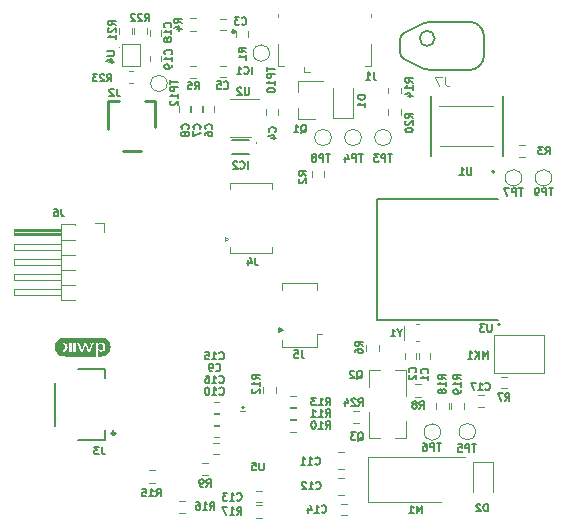
<source format=gbr>
G04 #@! TF.GenerationSoftware,KiCad,Pcbnew,5.0.2+dfsg1-1*
G04 #@! TF.CreationDate,2020-12-10T00:07:48-08:00*
G04 #@! TF.ProjectId,chronopy,6368726f-6e6f-4707-992e-6b696361645f,rev?*
G04 #@! TF.SameCoordinates,Original*
G04 #@! TF.FileFunction,Legend,Bot*
G04 #@! TF.FilePolarity,Positive*
%FSLAX46Y46*%
G04 Gerber Fmt 4.6, Leading zero omitted, Abs format (unit mm)*
G04 Created by KiCad (PCBNEW 5.0.2+dfsg1-1) date Thu 10 Dec 2020 12:07:48 AM PST*
%MOMM*%
%LPD*%
G01*
G04 APERTURE LIST*
%ADD10C,0.127000*%
%ADD11C,0.080000*%
%ADD12C,0.120000*%
%ADD13C,0.200000*%
%ADD14C,0.152400*%
%ADD15C,0.300000*%
%ADD16C,0.160000*%
%ADD17C,0.100000*%
%ADD18C,0.050000*%
%ADD19C,0.254000*%
%ADD20C,0.203200*%
%ADD21C,0.250000*%
%ADD22C,0.010000*%
%ADD23C,0.015000*%
G04 APERTURE END LIST*
D10*
G04 #@! TO.C,J7*
X131401354Y-78112319D02*
G75*
G03X131401354Y-78112319I-635000J0D01*
G01*
X134322354Y-76702619D02*
X131057176Y-76702619D01*
X131057176Y-76702619D02*
G75*
G03X130504514Y-76829179I9J-1270003D01*
G01*
X130504514Y-76829179D02*
X128839024Y-77634159D01*
X128839024Y-77634158D02*
G75*
G03X128480354Y-78205885I276333J-571725D01*
G01*
X128480354Y-78205885D02*
X128480354Y-79288753D01*
X128480354Y-79288753D02*
G75*
G03X128839024Y-79860479I635003J-1D01*
G01*
X128839024Y-79860479D02*
X130504514Y-80665459D01*
X130504514Y-80665459D02*
G75*
G03X131057176Y-80792019I552671J1143443D01*
G01*
X131057176Y-80792019D02*
X134322354Y-80792019D01*
X134322354Y-80792019D02*
G75*
G03X135592354Y-79522019I0J1270000D01*
G01*
X135592354Y-79522019D02*
X135592354Y-77972619D01*
X135592354Y-77972619D02*
G75*
G03X134322354Y-76702619I-1270000J0D01*
G01*
D11*
G04 #@! TO.C,M1*
X133948754Y-113570719D02*
X125795354Y-113570719D01*
X125795354Y-113570719D02*
X125795354Y-117329919D01*
X125795354Y-117329919D02*
X131967554Y-117329919D01*
D12*
G04 #@! TO.C,D2*
X134615354Y-114001119D02*
X134615354Y-116551119D01*
X136315354Y-114001119D02*
X136315354Y-116551119D01*
X134615354Y-114001119D02*
X136315354Y-114001119D01*
G04 #@! TO.C,R24*
X124489354Y-109637119D02*
X124989354Y-109637119D01*
X124989354Y-110697119D02*
X124489354Y-110697119D01*
G04 #@! TO.C,Q3*
X128968154Y-111943119D02*
X128038154Y-111943119D01*
X125808154Y-111943119D02*
X126738154Y-111943119D01*
X125808154Y-111943119D02*
X125808154Y-109783119D01*
X128968154Y-111943119D02*
X128968154Y-110483119D01*
G04 #@! TO.C,TP7*
X138781555Y-89923319D02*
G75*
G03X138781555Y-89923319I-700000J0D01*
G01*
D11*
G04 #@! TO.C,U4*
X104914554Y-80410719D02*
X106478554Y-80410719D01*
X106478554Y-80410719D02*
X106478554Y-78550719D01*
X104914554Y-80410719D02*
X104914554Y-78550719D01*
X106478554Y-78550719D02*
X104914554Y-78550719D01*
X104731354Y-78848919D02*
G75*
G03X104731354Y-78848919I-50800J0D01*
G01*
D13*
G04 #@! TO.C,IC2*
X114259000Y-86727000D02*
X115659000Y-86727000D01*
X115659000Y-87927000D02*
X114259000Y-87927000D01*
X116314000Y-86990000D02*
G75*
G03X116314000Y-86990000I-24000J0D01*
G01*
D12*
G04 #@! TO.C,C18*
X107309354Y-77930519D02*
X107309354Y-77430519D01*
X108249354Y-77430519D02*
X108249354Y-77930519D01*
G04 #@! TO.C,C19*
X107309354Y-80064119D02*
X107309354Y-79564119D01*
X108249354Y-79564119D02*
X108249354Y-80064119D01*
G04 #@! TO.C,R21*
X105743954Y-77201919D02*
X105743954Y-77701919D01*
X104683954Y-77701919D02*
X104683954Y-77201919D01*
G04 #@! TO.C,R22*
X105979354Y-77701919D02*
X105979354Y-77201919D01*
X107039354Y-77201919D02*
X107039354Y-77701919D01*
G04 #@! TO.C,R23*
X105508375Y-81898919D02*
X105833933Y-81898919D01*
X105508375Y-80878919D02*
X105833933Y-80878919D01*
G04 #@! TO.C,C17*
X137032354Y-106746319D02*
X137532354Y-106746319D01*
X137532354Y-107686319D02*
X137032354Y-107686319D01*
G04 #@! TO.C,J6*
X100926553Y-93909043D02*
X100926553Y-93833720D01*
X100926553Y-93833720D02*
X99806553Y-93833720D01*
X99806553Y-93833720D02*
X99806553Y-100303720D01*
X99806553Y-100303720D02*
X100926553Y-100303720D01*
X100926553Y-100303720D02*
X100926553Y-100228397D01*
X99806553Y-94268720D02*
X95806553Y-94268720D01*
X95806553Y-94268720D02*
X95806553Y-94788720D01*
X95806553Y-94788720D02*
X99806553Y-94788720D01*
X99806553Y-94328720D02*
X95806553Y-94328720D01*
X99806553Y-94448720D02*
X95806553Y-94448720D01*
X99806553Y-94568720D02*
X95806553Y-94568720D01*
X99806553Y-94688720D02*
X95806553Y-94688720D01*
X100926553Y-95163720D02*
X99806553Y-95163720D01*
X100926553Y-95148397D02*
X100926553Y-95179043D01*
X99806553Y-95538720D02*
X95806553Y-95538720D01*
X95806553Y-95538720D02*
X95806553Y-96058720D01*
X95806553Y-96058720D02*
X99806553Y-96058720D01*
X100926553Y-96433720D02*
X99806553Y-96433720D01*
X100926553Y-96418397D02*
X100926553Y-96449043D01*
X99806553Y-96808720D02*
X95806553Y-96808720D01*
X95806553Y-96808720D02*
X95806553Y-97328720D01*
X95806553Y-97328720D02*
X99806553Y-97328720D01*
X100926553Y-97703720D02*
X99806553Y-97703720D01*
X100926553Y-97688397D02*
X100926553Y-97719043D01*
X99806553Y-98078720D02*
X95806553Y-98078720D01*
X95806553Y-98078720D02*
X95806553Y-98598720D01*
X95806553Y-98598720D02*
X99806553Y-98598720D01*
X100926553Y-98973720D02*
X99806553Y-98973720D01*
X100926553Y-98958397D02*
X100926553Y-98989043D01*
X99806553Y-99348720D02*
X95806553Y-99348720D01*
X95806553Y-99348720D02*
X95806553Y-99868720D01*
X95806553Y-99868720D02*
X99806553Y-99868720D01*
X103396553Y-94528720D02*
X103396553Y-93768720D01*
X103396553Y-93768720D02*
X102636553Y-93768720D01*
G04 #@! TO.C,MK1*
X136462354Y-106436319D02*
X140682354Y-106436319D01*
X140682354Y-106436319D02*
X140682354Y-103216319D01*
X140682354Y-103216319D02*
X136462354Y-103216319D01*
X136462354Y-103216319D02*
X136462354Y-106436319D01*
G04 #@! TO.C,J5*
X121862354Y-103106319D02*
X121462354Y-103106319D01*
X118462354Y-99406319D02*
X118462354Y-98806319D01*
X121462354Y-99406319D02*
X121462354Y-98806319D01*
X118462354Y-103606319D02*
X118462354Y-104206319D01*
D14*
X118262354Y-102606319D02*
X118562354Y-102806319D01*
X118262354Y-103006319D02*
X118262354Y-102606319D01*
X118562354Y-102806319D02*
X118262354Y-103006319D01*
D12*
X121462354Y-98806319D02*
X118462354Y-98806319D01*
X121462354Y-104206319D02*
X118462354Y-104206319D01*
X121462354Y-103106319D02*
X121462354Y-104206319D01*
G04 #@! TO.C,J4*
X117602354Y-90826319D02*
X117602354Y-90326319D01*
X117602354Y-95746319D02*
X117602354Y-96246319D01*
X113660222Y-94936319D02*
X113660222Y-95236319D01*
X113872354Y-95086319D02*
X113660222Y-94936319D01*
X113660222Y-95236319D02*
X113872354Y-95086319D01*
X114112354Y-96246319D02*
X117602354Y-96246319D01*
X114112354Y-95746319D02*
X114112354Y-96246319D01*
X114112354Y-90326319D02*
X117602354Y-90326319D01*
X114112354Y-90826319D02*
X114112354Y-90326319D01*
G04 #@! TO.C,C1*
X131008200Y-104716400D02*
X131008200Y-105216400D01*
X130068200Y-105216400D02*
X130068200Y-104716400D01*
G04 #@! TO.C,C2*
X129814400Y-104716400D02*
X129814400Y-105216400D01*
X128874400Y-105216400D02*
X128874400Y-104716400D01*
G04 #@! TO.C,C3*
X113708800Y-77409400D02*
X113208800Y-77409400D01*
X113208800Y-76469400D02*
X113708800Y-76469400D01*
G04 #@! TO.C,C4*
X118105000Y-84077000D02*
X118105000Y-84577000D01*
X117165000Y-84577000D02*
X117165000Y-84077000D01*
G04 #@! TO.C,C5*
X113708800Y-81409400D02*
X113208800Y-81409400D01*
X113208800Y-80469400D02*
X113708800Y-80469400D01*
G04 #@! TO.C,C6*
X112711000Y-83820000D02*
X112711000Y-84320000D01*
X111771000Y-84320000D02*
X111771000Y-83820000D01*
G04 #@! TO.C,C7*
X111711000Y-83820000D02*
X111711000Y-84320000D01*
X110771000Y-84320000D02*
X110771000Y-83820000D01*
G04 #@! TO.C,C9*
X112679800Y-109908200D02*
X113179800Y-109908200D01*
X113179800Y-110848200D02*
X112679800Y-110848200D01*
G04 #@! TO.C,C10*
X112659800Y-112328200D02*
X113159800Y-112328200D01*
X113159800Y-113268200D02*
X112659800Y-113268200D01*
G04 #@! TO.C,C13*
X116779278Y-117358676D02*
X116279278Y-117358676D01*
X116279278Y-116418676D02*
X116779278Y-116418676D01*
G04 #@! TO.C,C14*
X123481000Y-117538000D02*
X123981000Y-117538000D01*
X123981000Y-118478000D02*
X123481000Y-118478000D01*
G04 #@! TO.C,C15*
X113179800Y-109848200D02*
X112679800Y-109848200D01*
X112679800Y-108908200D02*
X113179800Y-108908200D01*
G04 #@! TO.C,C16*
X113179800Y-111848200D02*
X112679800Y-111848200D01*
X112679800Y-110908200D02*
X113179800Y-110908200D01*
G04 #@! TO.C,C8*
X110711000Y-83820000D02*
X110711000Y-84320000D01*
X109771000Y-84320000D02*
X109771000Y-83820000D01*
G04 #@! TO.C,C12*
X123184356Y-115332219D02*
X123701512Y-115332219D01*
X123184356Y-116752219D02*
X123701512Y-116752219D01*
G04 #@! TO.C,C11*
X123184356Y-113173219D02*
X123701512Y-113173219D01*
X123184356Y-114593219D02*
X123701512Y-114593219D01*
G04 #@! TO.C,Y1*
X128844000Y-103629000D02*
X128844000Y-102429000D01*
X129844000Y-102329000D02*
X130044000Y-102329000D01*
X129844000Y-103729000D02*
X130044000Y-103729000D01*
G04 #@! TO.C,D1*
X124454000Y-84850000D02*
X122754000Y-84850000D01*
X122754000Y-84850000D02*
X122754000Y-82300000D01*
X124454000Y-84850000D02*
X124454000Y-82300000D01*
D10*
G04 #@! TO.C,J3*
X99250000Y-110894000D02*
X99250000Y-107294000D01*
X103500000Y-106094000D02*
X101225000Y-106094000D01*
X103500000Y-106894000D02*
X103500000Y-106094000D01*
X103500000Y-112094000D02*
X101225000Y-112094000D01*
X103500000Y-111294000D02*
X103500000Y-112094000D01*
D15*
X104310000Y-111544000D02*
G75*
G03X104310000Y-111544000I-100000J0D01*
G01*
D16*
G04 #@! TO.C,U5*
X115234800Y-109373200D02*
G75*
G03X115234800Y-109373200I-80000J0D01*
G01*
D17*
X115354800Y-109628200D02*
X114929800Y-109628200D01*
D18*
X114929800Y-109628200D02*
X114954800Y-109623200D01*
D10*
G04 #@! TO.C,U3*
X126500000Y-91750000D02*
X126500000Y-101950000D01*
X126500000Y-91750000D02*
X136800000Y-91750000D01*
X136800000Y-101950000D02*
X126500000Y-101950000D01*
D13*
X136950000Y-102350000D02*
G75*
G03X136950000Y-102350000I-100000J0D01*
G01*
D12*
G04 #@! TO.C,R13*
X119679800Y-109408200D02*
X119179800Y-109408200D01*
X119179800Y-108348200D02*
X119679800Y-108348200D01*
G04 #@! TO.C,R14*
X128530000Y-82275000D02*
X128530000Y-82775000D01*
X127470000Y-82775000D02*
X127470000Y-82275000D01*
G04 #@! TO.C,R15*
X107224035Y-114691273D02*
X107724035Y-114691273D01*
X107724035Y-115751273D02*
X107224035Y-115751273D01*
G04 #@! TO.C,R16*
X110264035Y-118316673D02*
X109764035Y-118316673D01*
X109764035Y-117256673D02*
X110264035Y-117256673D01*
G04 #@! TO.C,R17*
X116279278Y-117628676D02*
X116779278Y-117628676D01*
X116779278Y-118688676D02*
X116279278Y-118688676D01*
G04 #@! TO.C,R18*
X132617600Y-109020400D02*
X132617600Y-109520400D01*
X131557600Y-109520400D02*
X131557600Y-109020400D01*
G04 #@! TO.C,R19*
X133887600Y-109020400D02*
X133887600Y-109520400D01*
X132827600Y-109520400D02*
X132827600Y-109020400D01*
G04 #@! TO.C,R1*
X114569035Y-78008273D02*
X114569035Y-77508273D01*
X115629035Y-77508273D02*
X115629035Y-78008273D01*
G04 #@! TO.C,R11*
X119679800Y-110408200D02*
X119179800Y-110408200D01*
X119179800Y-109348200D02*
X119679800Y-109348200D01*
G04 #@! TO.C,R20*
X128530000Y-84100000D02*
X128530000Y-84600000D01*
X127470000Y-84600000D02*
X127470000Y-84100000D01*
G04 #@! TO.C,R12*
X117959800Y-107628200D02*
X117959800Y-108128200D01*
X116899800Y-108128200D02*
X116899800Y-107628200D01*
G04 #@! TO.C,R10*
X119679800Y-111408200D02*
X119179800Y-111408200D01*
X119179800Y-110348200D02*
X119679800Y-110348200D01*
G04 #@! TO.C,R9*
X111705000Y-114030000D02*
X112205000Y-114030000D01*
X112205000Y-115090000D02*
X111705000Y-115090000D01*
G04 #@! TO.C,R8*
X129754354Y-107401919D02*
X130254354Y-107401919D01*
X130254354Y-108461919D02*
X129754354Y-108461919D01*
G04 #@! TO.C,R7*
X135113754Y-108290919D02*
X135613754Y-108290919D01*
X135613754Y-109350919D02*
X135113754Y-109350919D01*
G04 #@! TO.C,R6*
X125608920Y-104595340D02*
X125608920Y-104095340D01*
X126668920Y-104095340D02*
X126668920Y-104595340D01*
G04 #@! TO.C,R5*
X111208800Y-81469400D02*
X110708800Y-81469400D01*
X110708800Y-80409400D02*
X111208800Y-80409400D01*
G04 #@! TO.C,R4*
X110708800Y-76409400D02*
X111208800Y-76409400D01*
X111208800Y-77469400D02*
X110708800Y-77469400D01*
G04 #@! TO.C,R3*
X139017354Y-88167319D02*
X138517354Y-88167319D01*
X138517354Y-87107319D02*
X139017354Y-87107319D01*
G04 #@! TO.C,R2*
X121016154Y-89868519D02*
X121016154Y-89368519D01*
X122076154Y-89368519D02*
X122076154Y-89868519D01*
D19*
G04 #@! TO.C,J2*
X107747354Y-83421919D02*
X107747354Y-85634919D01*
X103747354Y-83421919D02*
X103747354Y-85768919D01*
X106514354Y-87671919D02*
X105025354Y-87671919D01*
X107747354Y-83421919D02*
X106892354Y-83421919D01*
X103747354Y-83421919D02*
X104647354Y-83421919D01*
D12*
G04 #@! TO.C,U1*
X136370400Y-83846800D02*
X131770400Y-83846800D01*
X136370400Y-87246800D02*
X131870400Y-87246800D01*
D20*
X131120400Y-82996800D02*
X131120400Y-88096800D01*
X137220400Y-88096800D02*
X137220400Y-82996800D01*
D13*
X136482203Y-89396800D02*
G75*
G03X136482203Y-89396800I-111803J0D01*
G01*
D21*
G04 #@! TO.C,IC1*
X114483800Y-77539400D02*
G75*
G03X114483800Y-77539400I-125000J0D01*
G01*
D12*
G04 #@! TO.C,Q1*
X119796000Y-84917000D02*
X121256000Y-84917000D01*
X119796000Y-81757000D02*
X121956000Y-81757000D01*
X119796000Y-81757000D02*
X119796000Y-82687000D01*
X119796000Y-84917000D02*
X119796000Y-83987000D01*
G04 #@! TO.C,Q2*
X125820000Y-106190000D02*
X125820000Y-107650000D01*
X128980000Y-106190000D02*
X128980000Y-108350000D01*
X128980000Y-106190000D02*
X128050000Y-106190000D01*
X125820000Y-106190000D02*
X126750000Y-106190000D01*
G04 #@! TO.C,U2*
X114059000Y-83217000D02*
X116509000Y-83217000D01*
X115859000Y-86437000D02*
X114059000Y-86437000D01*
G04 #@! TO.C,TP8*
X122653000Y-86512000D02*
G75*
G03X122653000Y-86512000I-700000J0D01*
G01*
G04 #@! TO.C,TP3*
X127733000Y-86512000D02*
G75*
G03X127733000Y-86512000I-700000J0D01*
G01*
G04 #@! TO.C,TP4*
X125193000Y-86512000D02*
G75*
G03X125193000Y-86512000I-700000J0D01*
G01*
G04 #@! TO.C,TP5*
X134865000Y-111410000D02*
G75*
G03X134865000Y-111410000I-700000J0D01*
G01*
G04 #@! TO.C,TP6*
X131898600Y-111440578D02*
G75*
G03X131898600Y-111440578I-700000J0D01*
G01*
G04 #@! TO.C,TP9*
X141321554Y-89923319D02*
G75*
G03X141321554Y-89923319I-700000J0D01*
G01*
G04 #@! TO.C,TP10*
X117420154Y-79356919D02*
G75*
G03X117420154Y-79356919I-700000J0D01*
G01*
G04 #@! TO.C,TP12*
X108758754Y-81922319D02*
G75*
G03X108758754Y-81922319I-700000J0D01*
G01*
G04 #@! TO.C,J1*
X118175000Y-80437500D02*
X118625000Y-80437500D01*
X118175000Y-78587500D02*
X118175000Y-80437500D01*
X125975000Y-76037500D02*
X125975000Y-76287500D01*
X118175000Y-76037500D02*
X118175000Y-76287500D01*
X125975000Y-78587500D02*
X125975000Y-80437500D01*
X125975000Y-80437500D02*
X125525000Y-80437500D01*
X120375000Y-80987500D02*
X120825000Y-80987500D01*
X120375000Y-80987500D02*
X120375000Y-80537500D01*
D22*
G04 #@! TO.C,Ref\002A\002A*
G36*
X102984191Y-104016519D02*
X102926238Y-104067185D01*
X102895013Y-104149002D01*
X102889854Y-104211485D01*
X102894093Y-104283654D01*
X102911447Y-104333081D01*
X102948870Y-104378907D01*
X102951726Y-104381780D01*
X103022234Y-104431908D01*
X103080354Y-104443652D01*
X103153328Y-104424763D01*
X103208982Y-104381780D01*
X103257163Y-104305474D01*
X103272402Y-104212868D01*
X103253476Y-104115700D01*
X103239887Y-104085333D01*
X103204057Y-104034231D01*
X103155611Y-104007741D01*
X103081341Y-103999275D01*
X103067077Y-103999152D01*
X102984191Y-104016519D01*
X102984191Y-104016519D01*
G37*
X102984191Y-104016519D02*
X102926238Y-104067185D01*
X102895013Y-104149002D01*
X102889854Y-104211485D01*
X102894093Y-104283654D01*
X102911447Y-104333081D01*
X102948870Y-104378907D01*
X102951726Y-104381780D01*
X103022234Y-104431908D01*
X103080354Y-104443652D01*
X103153328Y-104424763D01*
X103208982Y-104381780D01*
X103257163Y-104305474D01*
X103272402Y-104212868D01*
X103253476Y-104115700D01*
X103239887Y-104085333D01*
X103204057Y-104034231D01*
X103155611Y-104007741D01*
X103081341Y-103999275D01*
X103067077Y-103999152D01*
X102984191Y-104016519D01*
G36*
X99675903Y-103518935D02*
X99526519Y-103616953D01*
X99404442Y-103737101D01*
X99318412Y-103869157D01*
X99290667Y-103930299D01*
X99273295Y-103985276D01*
X99263940Y-104047383D01*
X99260248Y-104129911D01*
X99259770Y-104200236D01*
X99261052Y-104302950D01*
X99266472Y-104376677D01*
X99278394Y-104434725D01*
X99299180Y-104490403D01*
X99318641Y-104531783D01*
X99415655Y-104683926D01*
X99540865Y-104805225D01*
X99691319Y-104893505D01*
X99864064Y-104946591D01*
X99887110Y-104950649D01*
X99937728Y-104955285D01*
X100028008Y-104959464D01*
X100155279Y-104963144D01*
X100316873Y-104966285D01*
X100510121Y-104968845D01*
X100732351Y-104970783D01*
X100980896Y-104972059D01*
X101253084Y-104972631D01*
X101318229Y-104972659D01*
X102614687Y-104972819D01*
X102614687Y-103787486D01*
X102549309Y-103787486D01*
X102520759Y-103866861D01*
X102478696Y-103983124D01*
X102433708Y-104106318D01*
X102388274Y-104229780D01*
X102344874Y-104346848D01*
X102305987Y-104450860D01*
X102274094Y-104535154D01*
X102251674Y-104593068D01*
X102241207Y-104617941D01*
X102241163Y-104618014D01*
X102215715Y-104626608D01*
X102160877Y-104630684D01*
X102101414Y-104629823D01*
X101972828Y-104623569D01*
X101895981Y-104375723D01*
X101865386Y-104279328D01*
X101838296Y-104198177D01*
X101817584Y-104140589D01*
X101806118Y-104114882D01*
X101805896Y-104114639D01*
X101795843Y-104128877D01*
X101776784Y-104174637D01*
X101751726Y-104242847D01*
X101723680Y-104324439D01*
X101695654Y-104410340D01*
X101670659Y-104491481D01*
X101651702Y-104558790D01*
X101641794Y-104603198D01*
X101641020Y-104611620D01*
X101622507Y-104625672D01*
X101565705Y-104631092D01*
X101500906Y-104629828D01*
X101360791Y-104623569D01*
X101207305Y-104204588D01*
X101054509Y-103787486D01*
X101006020Y-103787486D01*
X101006020Y-104634152D01*
X100730854Y-104634152D01*
X100730854Y-103787486D01*
X100667354Y-103787486D01*
X100667354Y-104634152D01*
X100392187Y-104634152D01*
X100392187Y-104219952D01*
X100328569Y-104219952D01*
X100310568Y-104327391D01*
X100262464Y-104433933D01*
X100192271Y-104526891D01*
X100108000Y-104593574D01*
X100085664Y-104604655D01*
X100021701Y-104623092D01*
X99945814Y-104632895D01*
X99931812Y-104633324D01*
X99841854Y-104634152D01*
X99841854Y-104528319D01*
X99843283Y-104465658D01*
X99851829Y-104434410D01*
X99873883Y-104423661D01*
X99903818Y-104422486D01*
X99971913Y-104403539D01*
X100021459Y-104350020D01*
X100048997Y-104266908D01*
X100053520Y-104207002D01*
X100047960Y-104132670D01*
X100027272Y-104081636D01*
X100001566Y-104051107D01*
X99950307Y-104015038D01*
X99897706Y-103999186D01*
X99895733Y-103999152D01*
X99863770Y-103995851D01*
X99847825Y-103978719D01*
X99842379Y-103936914D01*
X99841854Y-103893319D01*
X99841854Y-103787486D01*
X99927572Y-103787486D01*
X100045437Y-103807513D01*
X100151129Y-103863417D01*
X100236467Y-103948928D01*
X100293273Y-104057779D01*
X100297435Y-104070931D01*
X100315643Y-104140598D01*
X100326848Y-104199574D01*
X100328569Y-104219952D01*
X100392187Y-104219952D01*
X100392187Y-103787486D01*
X100667354Y-103787486D01*
X100730854Y-103787486D01*
X101006020Y-103787486D01*
X101054509Y-103787486D01*
X101053820Y-103785607D01*
X101182966Y-103791838D01*
X101312113Y-103798069D01*
X101394940Y-104078527D01*
X101425908Y-104180092D01*
X101453734Y-104265262D01*
X101475873Y-104326692D01*
X101489783Y-104357038D01*
X101492039Y-104358986D01*
X101502584Y-104339773D01*
X101521782Y-104287004D01*
X101547210Y-104207978D01*
X101576444Y-104109998D01*
X101587204Y-104072302D01*
X101668097Y-103785619D01*
X101925363Y-103798069D01*
X101972382Y-103956819D01*
X102001198Y-104054813D01*
X102030840Y-104156737D01*
X102053963Y-104237277D01*
X102074475Y-104301751D01*
X102092714Y-104345830D01*
X102102897Y-104358870D01*
X102113597Y-104339646D01*
X102133136Y-104286930D01*
X102159044Y-104208022D01*
X102188847Y-104110224D01*
X102199673Y-104073120D01*
X102282075Y-103787486D01*
X102549309Y-103787486D01*
X102614687Y-103787486D01*
X102752270Y-103787486D01*
X102826224Y-103788405D01*
X102867415Y-103793628D01*
X102885409Y-103806857D01*
X102889772Y-103831791D01*
X102889854Y-103840702D01*
X102889854Y-103893919D01*
X102974154Y-103838132D01*
X103030660Y-103805463D01*
X103082999Y-103790662D01*
X103150638Y-103789339D01*
X103181914Y-103791275D01*
X103308628Y-103817977D01*
X103408413Y-103876803D01*
X103479930Y-103966154D01*
X103521840Y-104084431D01*
X103533169Y-104210819D01*
X103516916Y-104354965D01*
X103470808Y-104470055D01*
X103395715Y-104555065D01*
X103292507Y-104608975D01*
X103176504Y-104630045D01*
X103097606Y-104631935D01*
X103042297Y-104622912D01*
X102992392Y-104598918D01*
X102969229Y-104583781D01*
X102889854Y-104529595D01*
X102889854Y-104972819D01*
X103011562Y-104970178D01*
X103104068Y-104965577D01*
X103200368Y-104956907D01*
X103240273Y-104951826D01*
X103408510Y-104906484D01*
X103559092Y-104824253D01*
X103687502Y-104708484D01*
X103789225Y-104562528D01*
X103804534Y-104532941D01*
X103838714Y-104459461D01*
X103859384Y-104399234D01*
X103869813Y-104336490D01*
X103873268Y-104255455D01*
X103873394Y-104200681D01*
X103871215Y-104101002D01*
X103863549Y-104028094D01*
X103847379Y-103966463D01*
X103819692Y-103900618D01*
X103811768Y-103884053D01*
X103718964Y-103736983D01*
X103597283Y-103613187D01*
X103455150Y-103521105D01*
X103444346Y-103515921D01*
X103323770Y-103459402D01*
X99788937Y-103459402D01*
X99675903Y-103518935D01*
X99675903Y-103518935D01*
G37*
X99675903Y-103518935D02*
X99526519Y-103616953D01*
X99404442Y-103737101D01*
X99318412Y-103869157D01*
X99290667Y-103930299D01*
X99273295Y-103985276D01*
X99263940Y-104047383D01*
X99260248Y-104129911D01*
X99259770Y-104200236D01*
X99261052Y-104302950D01*
X99266472Y-104376677D01*
X99278394Y-104434725D01*
X99299180Y-104490403D01*
X99318641Y-104531783D01*
X99415655Y-104683926D01*
X99540865Y-104805225D01*
X99691319Y-104893505D01*
X99864064Y-104946591D01*
X99887110Y-104950649D01*
X99937728Y-104955285D01*
X100028008Y-104959464D01*
X100155279Y-104963144D01*
X100316873Y-104966285D01*
X100510121Y-104968845D01*
X100732351Y-104970783D01*
X100980896Y-104972059D01*
X101253084Y-104972631D01*
X101318229Y-104972659D01*
X102614687Y-104972819D01*
X102614687Y-103787486D01*
X102549309Y-103787486D01*
X102520759Y-103866861D01*
X102478696Y-103983124D01*
X102433708Y-104106318D01*
X102388274Y-104229780D01*
X102344874Y-104346848D01*
X102305987Y-104450860D01*
X102274094Y-104535154D01*
X102251674Y-104593068D01*
X102241207Y-104617941D01*
X102241163Y-104618014D01*
X102215715Y-104626608D01*
X102160877Y-104630684D01*
X102101414Y-104629823D01*
X101972828Y-104623569D01*
X101895981Y-104375723D01*
X101865386Y-104279328D01*
X101838296Y-104198177D01*
X101817584Y-104140589D01*
X101806118Y-104114882D01*
X101805896Y-104114639D01*
X101795843Y-104128877D01*
X101776784Y-104174637D01*
X101751726Y-104242847D01*
X101723680Y-104324439D01*
X101695654Y-104410340D01*
X101670659Y-104491481D01*
X101651702Y-104558790D01*
X101641794Y-104603198D01*
X101641020Y-104611620D01*
X101622507Y-104625672D01*
X101565705Y-104631092D01*
X101500906Y-104629828D01*
X101360791Y-104623569D01*
X101207305Y-104204588D01*
X101054509Y-103787486D01*
X101006020Y-103787486D01*
X101006020Y-104634152D01*
X100730854Y-104634152D01*
X100730854Y-103787486D01*
X100667354Y-103787486D01*
X100667354Y-104634152D01*
X100392187Y-104634152D01*
X100392187Y-104219952D01*
X100328569Y-104219952D01*
X100310568Y-104327391D01*
X100262464Y-104433933D01*
X100192271Y-104526891D01*
X100108000Y-104593574D01*
X100085664Y-104604655D01*
X100021701Y-104623092D01*
X99945814Y-104632895D01*
X99931812Y-104633324D01*
X99841854Y-104634152D01*
X99841854Y-104528319D01*
X99843283Y-104465658D01*
X99851829Y-104434410D01*
X99873883Y-104423661D01*
X99903818Y-104422486D01*
X99971913Y-104403539D01*
X100021459Y-104350020D01*
X100048997Y-104266908D01*
X100053520Y-104207002D01*
X100047960Y-104132670D01*
X100027272Y-104081636D01*
X100001566Y-104051107D01*
X99950307Y-104015038D01*
X99897706Y-103999186D01*
X99895733Y-103999152D01*
X99863770Y-103995851D01*
X99847825Y-103978719D01*
X99842379Y-103936914D01*
X99841854Y-103893319D01*
X99841854Y-103787486D01*
X99927572Y-103787486D01*
X100045437Y-103807513D01*
X100151129Y-103863417D01*
X100236467Y-103948928D01*
X100293273Y-104057779D01*
X100297435Y-104070931D01*
X100315643Y-104140598D01*
X100326848Y-104199574D01*
X100328569Y-104219952D01*
X100392187Y-104219952D01*
X100392187Y-103787486D01*
X100667354Y-103787486D01*
X100730854Y-103787486D01*
X101006020Y-103787486D01*
X101054509Y-103787486D01*
X101053820Y-103785607D01*
X101182966Y-103791838D01*
X101312113Y-103798069D01*
X101394940Y-104078527D01*
X101425908Y-104180092D01*
X101453734Y-104265262D01*
X101475873Y-104326692D01*
X101489783Y-104357038D01*
X101492039Y-104358986D01*
X101502584Y-104339773D01*
X101521782Y-104287004D01*
X101547210Y-104207978D01*
X101576444Y-104109998D01*
X101587204Y-104072302D01*
X101668097Y-103785619D01*
X101925363Y-103798069D01*
X101972382Y-103956819D01*
X102001198Y-104054813D01*
X102030840Y-104156737D01*
X102053963Y-104237277D01*
X102074475Y-104301751D01*
X102092714Y-104345830D01*
X102102897Y-104358870D01*
X102113597Y-104339646D01*
X102133136Y-104286930D01*
X102159044Y-104208022D01*
X102188847Y-104110224D01*
X102199673Y-104073120D01*
X102282075Y-103787486D01*
X102549309Y-103787486D01*
X102614687Y-103787486D01*
X102752270Y-103787486D01*
X102826224Y-103788405D01*
X102867415Y-103793628D01*
X102885409Y-103806857D01*
X102889772Y-103831791D01*
X102889854Y-103840702D01*
X102889854Y-103893919D01*
X102974154Y-103838132D01*
X103030660Y-103805463D01*
X103082999Y-103790662D01*
X103150638Y-103789339D01*
X103181914Y-103791275D01*
X103308628Y-103817977D01*
X103408413Y-103876803D01*
X103479930Y-103966154D01*
X103521840Y-104084431D01*
X103533169Y-104210819D01*
X103516916Y-104354965D01*
X103470808Y-104470055D01*
X103395715Y-104555065D01*
X103292507Y-104608975D01*
X103176504Y-104630045D01*
X103097606Y-104631935D01*
X103042297Y-104622912D01*
X102992392Y-104598918D01*
X102969229Y-104583781D01*
X102889854Y-104529595D01*
X102889854Y-104972819D01*
X103011562Y-104970178D01*
X103104068Y-104965577D01*
X103200368Y-104956907D01*
X103240273Y-104951826D01*
X103408510Y-104906484D01*
X103559092Y-104824253D01*
X103687502Y-104708484D01*
X103789225Y-104562528D01*
X103804534Y-104532941D01*
X103838714Y-104459461D01*
X103859384Y-104399234D01*
X103869813Y-104336490D01*
X103873268Y-104255455D01*
X103873394Y-104200681D01*
X103871215Y-104101002D01*
X103863549Y-104028094D01*
X103847379Y-103966463D01*
X103819692Y-103900618D01*
X103811768Y-103884053D01*
X103718964Y-103736983D01*
X103597283Y-103613187D01*
X103455150Y-103521105D01*
X103444346Y-103515921D01*
X103323770Y-103459402D01*
X99788937Y-103459402D01*
X99675903Y-103518935D01*
G04 #@! TO.C,J7*
D23*
X132303545Y-81362361D02*
X132303545Y-81934914D01*
X132341715Y-82049425D01*
X132418056Y-82125766D01*
X132532567Y-82163936D01*
X132608907Y-82163936D01*
X131998183Y-81362361D02*
X131463800Y-81362361D01*
X131807332Y-82163936D01*
G04 #@! TO.C,M1*
D14*
X130315201Y-118302980D02*
X130315201Y-117667980D01*
X130103534Y-118121552D01*
X129891868Y-117667980D01*
X129891868Y-118302980D01*
X129256868Y-118302980D02*
X129619725Y-118302980D01*
X129438296Y-118302980D02*
X129438296Y-117667980D01*
X129498773Y-117758695D01*
X129559249Y-117819171D01*
X129619725Y-117849409D01*
G04 #@! TO.C,D2*
X135883244Y-118150580D02*
X135883244Y-117515580D01*
X135732054Y-117515580D01*
X135641339Y-117545819D01*
X135580863Y-117606295D01*
X135550625Y-117666771D01*
X135520387Y-117787723D01*
X135520387Y-117878438D01*
X135550625Y-117999390D01*
X135580863Y-118059866D01*
X135641339Y-118120342D01*
X135732054Y-118150580D01*
X135883244Y-118150580D01*
X135278482Y-117576057D02*
X135248244Y-117545819D01*
X135187768Y-117515580D01*
X135036577Y-117515580D01*
X134976101Y-117545819D01*
X134945863Y-117576057D01*
X134915625Y-117636533D01*
X134915625Y-117697009D01*
X134945863Y-117787723D01*
X135308720Y-118150580D01*
X134915625Y-118150580D01*
G04 #@! TO.C,R24*
X124951568Y-109209780D02*
X125163234Y-108907399D01*
X125314425Y-109209780D02*
X125314425Y-108574780D01*
X125072520Y-108574780D01*
X125012044Y-108605019D01*
X124981806Y-108635257D01*
X124951568Y-108695733D01*
X124951568Y-108786447D01*
X124981806Y-108846923D01*
X125012044Y-108877161D01*
X125072520Y-108907399D01*
X125314425Y-108907399D01*
X124709663Y-108635257D02*
X124679425Y-108605019D01*
X124618949Y-108574780D01*
X124467758Y-108574780D01*
X124407282Y-108605019D01*
X124377044Y-108635257D01*
X124346806Y-108695733D01*
X124346806Y-108756209D01*
X124377044Y-108846923D01*
X124739901Y-109209780D01*
X124346806Y-109209780D01*
X123802520Y-108786447D02*
X123802520Y-109209780D01*
X123953711Y-108544542D02*
X124104901Y-108998114D01*
X123711806Y-108998114D01*
G04 #@! TO.C,Q3*
X124883230Y-112165857D02*
X124943706Y-112135619D01*
X125004182Y-112075142D01*
X125094896Y-111984428D01*
X125155373Y-111954190D01*
X125215849Y-111954190D01*
X125185611Y-112105380D02*
X125246087Y-112075142D01*
X125306563Y-112014666D01*
X125336801Y-111893714D01*
X125336801Y-111682047D01*
X125306563Y-111561095D01*
X125246087Y-111500619D01*
X125185611Y-111470380D01*
X125064658Y-111470380D01*
X125004182Y-111500619D01*
X124943706Y-111561095D01*
X124913468Y-111682047D01*
X124913468Y-111893714D01*
X124943706Y-112014666D01*
X125004182Y-112075142D01*
X125064658Y-112105380D01*
X125185611Y-112105380D01*
X124701801Y-111470380D02*
X124308706Y-111470380D01*
X124520373Y-111712285D01*
X124429658Y-111712285D01*
X124369182Y-111742523D01*
X124338944Y-111772761D01*
X124308706Y-111833238D01*
X124308706Y-111984428D01*
X124338944Y-112044904D01*
X124369182Y-112075142D01*
X124429658Y-112105380D01*
X124611087Y-112105380D01*
X124671563Y-112075142D01*
X124701801Y-112044904D01*
G04 #@! TO.C,TP7*
X138857463Y-90794780D02*
X138494606Y-90794780D01*
X138676034Y-91429780D02*
X138676034Y-90794780D01*
X138282939Y-91429780D02*
X138282939Y-90794780D01*
X138041034Y-90794780D01*
X137980558Y-90825019D01*
X137950320Y-90855257D01*
X137920082Y-90915733D01*
X137920082Y-91006447D01*
X137950320Y-91066923D01*
X137980558Y-91097161D01*
X138041034Y-91127399D01*
X138282939Y-91127399D01*
X137708415Y-90794780D02*
X137285082Y-90794780D01*
X137557225Y-91429780D01*
G04 #@! TO.C,U4*
X103647015Y-79203309D02*
X104161063Y-79203309D01*
X104221539Y-79233547D01*
X104251777Y-79263785D01*
X104282015Y-79324261D01*
X104282015Y-79445214D01*
X104251777Y-79505690D01*
X104221539Y-79535928D01*
X104161063Y-79566166D01*
X103647015Y-79566166D01*
X103858682Y-80140690D02*
X104282015Y-80140690D01*
X103616777Y-79989499D02*
X104070349Y-79838309D01*
X104070349Y-80231404D01*
G04 #@! TO.C,IC2*
X115587434Y-89143780D02*
X115587434Y-88508780D01*
X114922196Y-89083304D02*
X114952434Y-89113542D01*
X115043149Y-89143780D01*
X115103625Y-89143780D01*
X115194339Y-89113542D01*
X115254815Y-89053066D01*
X115285054Y-88992590D01*
X115315292Y-88871638D01*
X115315292Y-88780923D01*
X115285054Y-88659971D01*
X115254815Y-88599495D01*
X115194339Y-88539019D01*
X115103625Y-88508780D01*
X115043149Y-88508780D01*
X114952434Y-88539019D01*
X114922196Y-88569257D01*
X114680292Y-88569257D02*
X114650054Y-88539019D01*
X114589577Y-88508780D01*
X114438387Y-88508780D01*
X114377911Y-88539019D01*
X114347673Y-88569257D01*
X114317434Y-88629733D01*
X114317434Y-88690209D01*
X114347673Y-88780923D01*
X114710530Y-89143780D01*
X114317434Y-89143780D01*
G04 #@! TO.C,C18*
X109047539Y-77170704D02*
X109077777Y-77140466D01*
X109108015Y-77049752D01*
X109108015Y-76989276D01*
X109077777Y-76898561D01*
X109017301Y-76838085D01*
X108956825Y-76807847D01*
X108835873Y-76777609D01*
X108745158Y-76777609D01*
X108624206Y-76807847D01*
X108563730Y-76838085D01*
X108503254Y-76898561D01*
X108473015Y-76989276D01*
X108473015Y-77049752D01*
X108503254Y-77140466D01*
X108533492Y-77170704D01*
X109108015Y-77775466D02*
X109108015Y-77412609D01*
X109108015Y-77594038D02*
X108473015Y-77594038D01*
X108563730Y-77533561D01*
X108624206Y-77473085D01*
X108654444Y-77412609D01*
X108745158Y-78138323D02*
X108714920Y-78077847D01*
X108684682Y-78047609D01*
X108624206Y-78017371D01*
X108593968Y-78017371D01*
X108533492Y-78047609D01*
X108503254Y-78077847D01*
X108473015Y-78138323D01*
X108473015Y-78259276D01*
X108503254Y-78319752D01*
X108533492Y-78349990D01*
X108593968Y-78380228D01*
X108624206Y-78380228D01*
X108684682Y-78349990D01*
X108714920Y-78319752D01*
X108745158Y-78259276D01*
X108745158Y-78138323D01*
X108775396Y-78077847D01*
X108805634Y-78047609D01*
X108866111Y-78017371D01*
X108987063Y-78017371D01*
X109047539Y-78047609D01*
X109077777Y-78077847D01*
X109108015Y-78138323D01*
X109108015Y-78259276D01*
X109077777Y-78319752D01*
X109047539Y-78349990D01*
X108987063Y-78380228D01*
X108866111Y-78380228D01*
X108805634Y-78349990D01*
X108775396Y-78319752D01*
X108745158Y-78259276D01*
G04 #@! TO.C,C19*
X109098339Y-79456704D02*
X109128577Y-79426466D01*
X109158815Y-79335752D01*
X109158815Y-79275276D01*
X109128577Y-79184561D01*
X109068101Y-79124085D01*
X109007625Y-79093847D01*
X108886673Y-79063609D01*
X108795958Y-79063609D01*
X108675006Y-79093847D01*
X108614530Y-79124085D01*
X108554054Y-79184561D01*
X108523815Y-79275276D01*
X108523815Y-79335752D01*
X108554054Y-79426466D01*
X108584292Y-79456704D01*
X109158815Y-80061466D02*
X109158815Y-79698609D01*
X109158815Y-79880038D02*
X108523815Y-79880038D01*
X108614530Y-79819561D01*
X108675006Y-79759085D01*
X108705244Y-79698609D01*
X109158815Y-80363847D02*
X109158815Y-80484799D01*
X109128577Y-80545276D01*
X109098339Y-80575514D01*
X109007625Y-80635990D01*
X108886673Y-80666228D01*
X108644768Y-80666228D01*
X108584292Y-80635990D01*
X108554054Y-80605752D01*
X108523815Y-80545276D01*
X108523815Y-80424323D01*
X108554054Y-80363847D01*
X108584292Y-80333609D01*
X108644768Y-80303371D01*
X108795958Y-80303371D01*
X108856434Y-80333609D01*
X108886673Y-80363847D01*
X108916911Y-80424323D01*
X108916911Y-80545276D01*
X108886673Y-80605752D01*
X108856434Y-80635990D01*
X108795958Y-80666228D01*
G04 #@! TO.C,R21*
X104383615Y-76992904D02*
X104081234Y-76781238D01*
X104383615Y-76630047D02*
X103748615Y-76630047D01*
X103748615Y-76871952D01*
X103778854Y-76932428D01*
X103809092Y-76962666D01*
X103869568Y-76992904D01*
X103960282Y-76992904D01*
X104020758Y-76962666D01*
X104050996Y-76932428D01*
X104081234Y-76871952D01*
X104081234Y-76630047D01*
X103809092Y-77234809D02*
X103778854Y-77265047D01*
X103748615Y-77325523D01*
X103748615Y-77476714D01*
X103778854Y-77537190D01*
X103809092Y-77567428D01*
X103869568Y-77597666D01*
X103930044Y-77597666D01*
X104020758Y-77567428D01*
X104383615Y-77204571D01*
X104383615Y-77597666D01*
X104383615Y-78202428D02*
X104383615Y-77839571D01*
X104383615Y-78020999D02*
X103748615Y-78020999D01*
X103839330Y-77960523D01*
X103899806Y-77900047D01*
X103930044Y-77839571D01*
G04 #@! TO.C,R22*
X106866768Y-76646980D02*
X107078434Y-76344599D01*
X107229625Y-76646980D02*
X107229625Y-76011980D01*
X106987720Y-76011980D01*
X106927244Y-76042219D01*
X106897006Y-76072457D01*
X106866768Y-76132933D01*
X106866768Y-76223647D01*
X106897006Y-76284123D01*
X106927244Y-76314361D01*
X106987720Y-76344599D01*
X107229625Y-76344599D01*
X106624863Y-76072457D02*
X106594625Y-76042219D01*
X106534149Y-76011980D01*
X106382958Y-76011980D01*
X106322482Y-76042219D01*
X106292244Y-76072457D01*
X106262006Y-76132933D01*
X106262006Y-76193409D01*
X106292244Y-76284123D01*
X106655101Y-76646980D01*
X106262006Y-76646980D01*
X106020101Y-76072457D02*
X105989863Y-76042219D01*
X105929387Y-76011980D01*
X105778196Y-76011980D01*
X105717720Y-76042219D01*
X105687482Y-76072457D01*
X105657244Y-76132933D01*
X105657244Y-76193409D01*
X105687482Y-76284123D01*
X106050339Y-76646980D01*
X105657244Y-76646980D01*
G04 #@! TO.C,R23*
X103666368Y-81752380D02*
X103878034Y-81449999D01*
X104029225Y-81752380D02*
X104029225Y-81117380D01*
X103787320Y-81117380D01*
X103726844Y-81147619D01*
X103696606Y-81177857D01*
X103666368Y-81238333D01*
X103666368Y-81329047D01*
X103696606Y-81389523D01*
X103726844Y-81419761D01*
X103787320Y-81449999D01*
X104029225Y-81449999D01*
X103424463Y-81177857D02*
X103394225Y-81147619D01*
X103333749Y-81117380D01*
X103182558Y-81117380D01*
X103122082Y-81147619D01*
X103091844Y-81177857D01*
X103061606Y-81238333D01*
X103061606Y-81298809D01*
X103091844Y-81389523D01*
X103454701Y-81752380D01*
X103061606Y-81752380D01*
X102849939Y-81117380D02*
X102456844Y-81117380D01*
X102668511Y-81359285D01*
X102577796Y-81359285D01*
X102517320Y-81389523D01*
X102487082Y-81419761D01*
X102456844Y-81480238D01*
X102456844Y-81631428D01*
X102487082Y-81691904D01*
X102517320Y-81722142D01*
X102577796Y-81752380D01*
X102759225Y-81752380D01*
X102819701Y-81722142D01*
X102849939Y-81691904D01*
G04 #@! TO.C,C17*
X135695768Y-107828504D02*
X135726006Y-107858742D01*
X135816720Y-107888980D01*
X135877196Y-107888980D01*
X135967911Y-107858742D01*
X136028387Y-107798266D01*
X136058625Y-107737790D01*
X136088863Y-107616838D01*
X136088863Y-107526123D01*
X136058625Y-107405171D01*
X136028387Y-107344695D01*
X135967911Y-107284219D01*
X135877196Y-107253980D01*
X135816720Y-107253980D01*
X135726006Y-107284219D01*
X135695768Y-107314457D01*
X135091006Y-107888980D02*
X135453863Y-107888980D01*
X135272434Y-107888980D02*
X135272434Y-107253980D01*
X135332911Y-107344695D01*
X135393387Y-107405171D01*
X135453863Y-107435409D01*
X134879339Y-107253980D02*
X134456006Y-107253980D01*
X134728149Y-107888980D01*
G04 #@! TO.C,J6*
X99780719Y-92545981D02*
X99780719Y-92999553D01*
X99810957Y-93090267D01*
X99871433Y-93150743D01*
X99962148Y-93180981D01*
X100022624Y-93180981D01*
X99206195Y-92545981D02*
X99327148Y-92545981D01*
X99387624Y-92576220D01*
X99417862Y-92606458D01*
X99478338Y-92697172D01*
X99508576Y-92818124D01*
X99508576Y-93060029D01*
X99478338Y-93120505D01*
X99448100Y-93150743D01*
X99387624Y-93180981D01*
X99266672Y-93180981D01*
X99206195Y-93150743D01*
X99175957Y-93120505D01*
X99145719Y-93060029D01*
X99145719Y-92908839D01*
X99175957Y-92848362D01*
X99206195Y-92818124D01*
X99266672Y-92787886D01*
X99387624Y-92787886D01*
X99448100Y-92818124D01*
X99478338Y-92848362D01*
X99508576Y-92908839D01*
G04 #@! TO.C,MK1*
X135915901Y-105221980D02*
X135915901Y-104586980D01*
X135704234Y-105040552D01*
X135492568Y-104586980D01*
X135492568Y-105221980D01*
X135190187Y-105221980D02*
X135190187Y-104586980D01*
X134827330Y-105221980D02*
X135099473Y-104859123D01*
X134827330Y-104586980D02*
X135190187Y-104949838D01*
X134222568Y-105221980D02*
X134585425Y-105221980D01*
X134403996Y-105221980D02*
X134403996Y-104586980D01*
X134464473Y-104677695D01*
X134524949Y-104738171D01*
X134585425Y-104768409D01*
G04 #@! TO.C,J5*
X120132220Y-104536180D02*
X120132220Y-104989752D01*
X120162458Y-105080466D01*
X120222934Y-105140942D01*
X120313649Y-105171180D01*
X120374125Y-105171180D01*
X119527458Y-104536180D02*
X119829839Y-104536180D01*
X119860077Y-104838561D01*
X119829839Y-104808323D01*
X119769363Y-104778085D01*
X119618173Y-104778085D01*
X119557696Y-104808323D01*
X119527458Y-104838561D01*
X119497220Y-104899038D01*
X119497220Y-105050228D01*
X119527458Y-105110704D01*
X119557696Y-105140942D01*
X119618173Y-105171180D01*
X119769363Y-105171180D01*
X119829839Y-105140942D01*
X119860077Y-105110704D01*
G04 #@! TO.C,J4*
X116169820Y-96687580D02*
X116169820Y-97141152D01*
X116200058Y-97231866D01*
X116260534Y-97292342D01*
X116351249Y-97322580D01*
X116411725Y-97322580D01*
X115595296Y-96899247D02*
X115595296Y-97322580D01*
X115746487Y-96657342D02*
X115897677Y-97110914D01*
X115504582Y-97110914D01*
G04 #@! TO.C,C1*
X130815339Y-106454485D02*
X130845577Y-106424247D01*
X130875815Y-106333533D01*
X130875815Y-106273057D01*
X130845577Y-106182342D01*
X130785101Y-106121866D01*
X130724625Y-106091628D01*
X130603673Y-106061390D01*
X130512958Y-106061390D01*
X130392006Y-106091628D01*
X130331530Y-106121866D01*
X130271054Y-106182342D01*
X130240815Y-106273057D01*
X130240815Y-106333533D01*
X130271054Y-106424247D01*
X130301292Y-106454485D01*
X130875815Y-107059247D02*
X130875815Y-106696390D01*
X130875815Y-106877819D02*
X130240815Y-106877819D01*
X130331530Y-106817342D01*
X130392006Y-106756866D01*
X130422244Y-106696390D01*
G04 #@! TO.C,C2*
X129773939Y-106378285D02*
X129804177Y-106348047D01*
X129834415Y-106257333D01*
X129834415Y-106196857D01*
X129804177Y-106106142D01*
X129743701Y-106045666D01*
X129683225Y-106015428D01*
X129562273Y-105985190D01*
X129471558Y-105985190D01*
X129350606Y-106015428D01*
X129290130Y-106045666D01*
X129229654Y-106106142D01*
X129199415Y-106196857D01*
X129199415Y-106257333D01*
X129229654Y-106348047D01*
X129259892Y-106378285D01*
X129259892Y-106620190D02*
X129229654Y-106650428D01*
X129199415Y-106710904D01*
X129199415Y-106862095D01*
X129229654Y-106922571D01*
X129259892Y-106952809D01*
X129320368Y-106983047D01*
X129380844Y-106983047D01*
X129471558Y-106952809D01*
X129834415Y-106589952D01*
X129834415Y-106983047D01*
G04 #@! TO.C,C3*
X115073387Y-76891304D02*
X115103625Y-76921542D01*
X115194339Y-76951780D01*
X115254815Y-76951780D01*
X115345530Y-76921542D01*
X115406006Y-76861066D01*
X115436244Y-76800590D01*
X115466482Y-76679638D01*
X115466482Y-76588923D01*
X115436244Y-76467971D01*
X115406006Y-76407495D01*
X115345530Y-76347019D01*
X115254815Y-76316780D01*
X115194339Y-76316780D01*
X115103625Y-76347019D01*
X115073387Y-76377257D01*
X114861720Y-76316780D02*
X114468625Y-76316780D01*
X114680292Y-76558685D01*
X114589577Y-76558685D01*
X114529101Y-76588923D01*
X114498863Y-76619161D01*
X114468625Y-76679638D01*
X114468625Y-76830828D01*
X114498863Y-76891304D01*
X114529101Y-76921542D01*
X114589577Y-76951780D01*
X114771006Y-76951780D01*
X114831482Y-76921542D01*
X114861720Y-76891304D01*
G04 #@! TO.C,C4*
X117925785Y-86025166D02*
X117956023Y-85994928D01*
X117986261Y-85904214D01*
X117986261Y-85843738D01*
X117956023Y-85753023D01*
X117895547Y-85692547D01*
X117835071Y-85662309D01*
X117714119Y-85632071D01*
X117623404Y-85632071D01*
X117502452Y-85662309D01*
X117441976Y-85692547D01*
X117381500Y-85753023D01*
X117351261Y-85843738D01*
X117351261Y-85904214D01*
X117381500Y-85994928D01*
X117411738Y-86025166D01*
X117562928Y-86569452D02*
X117986261Y-86569452D01*
X117321023Y-86418261D02*
X117774595Y-86267071D01*
X117774595Y-86660166D01*
G04 #@! TO.C,C5*
X113549387Y-82326904D02*
X113579625Y-82357142D01*
X113670339Y-82387380D01*
X113730815Y-82387380D01*
X113821530Y-82357142D01*
X113882006Y-82296666D01*
X113912244Y-82236190D01*
X113942482Y-82115238D01*
X113942482Y-82024523D01*
X113912244Y-81903571D01*
X113882006Y-81843095D01*
X113821530Y-81782619D01*
X113730815Y-81752380D01*
X113670339Y-81752380D01*
X113579625Y-81782619D01*
X113549387Y-81812857D01*
X112974863Y-81752380D02*
X113277244Y-81752380D01*
X113307482Y-82054761D01*
X113277244Y-82024523D01*
X113216768Y-81994285D01*
X113065577Y-81994285D01*
X113005101Y-82024523D01*
X112974863Y-82054761D01*
X112944625Y-82115238D01*
X112944625Y-82266428D01*
X112974863Y-82326904D01*
X113005101Y-82357142D01*
X113065577Y-82387380D01*
X113216768Y-82387380D01*
X113277244Y-82357142D01*
X113307482Y-82326904D01*
G04 #@! TO.C,C6*
X112531785Y-85768166D02*
X112562023Y-85737928D01*
X112592261Y-85647214D01*
X112592261Y-85586738D01*
X112562023Y-85496023D01*
X112501547Y-85435547D01*
X112441071Y-85405309D01*
X112320119Y-85375071D01*
X112229404Y-85375071D01*
X112108452Y-85405309D01*
X112047976Y-85435547D01*
X111987500Y-85496023D01*
X111957261Y-85586738D01*
X111957261Y-85647214D01*
X111987500Y-85737928D01*
X112017738Y-85768166D01*
X111957261Y-86312452D02*
X111957261Y-86191500D01*
X111987500Y-86131023D01*
X112017738Y-86100785D01*
X112108452Y-86040309D01*
X112229404Y-86010071D01*
X112471309Y-86010071D01*
X112531785Y-86040309D01*
X112562023Y-86070547D01*
X112592261Y-86131023D01*
X112592261Y-86251976D01*
X112562023Y-86312452D01*
X112531785Y-86342690D01*
X112471309Y-86372928D01*
X112320119Y-86372928D01*
X112259642Y-86342690D01*
X112229404Y-86312452D01*
X112199166Y-86251976D01*
X112199166Y-86131023D01*
X112229404Y-86070547D01*
X112259642Y-86040309D01*
X112320119Y-86010071D01*
G04 #@! TO.C,C7*
X111531785Y-85768166D02*
X111562023Y-85737928D01*
X111592261Y-85647214D01*
X111592261Y-85586738D01*
X111562023Y-85496023D01*
X111501547Y-85435547D01*
X111441071Y-85405309D01*
X111320119Y-85375071D01*
X111229404Y-85375071D01*
X111108452Y-85405309D01*
X111047976Y-85435547D01*
X110987500Y-85496023D01*
X110957261Y-85586738D01*
X110957261Y-85647214D01*
X110987500Y-85737928D01*
X111017738Y-85768166D01*
X110957261Y-85979833D02*
X110957261Y-86403166D01*
X111592261Y-86131023D01*
G04 #@! TO.C,C9*
X112868187Y-106233104D02*
X112898425Y-106263342D01*
X112989139Y-106293580D01*
X113049615Y-106293580D01*
X113140330Y-106263342D01*
X113200806Y-106202866D01*
X113231044Y-106142390D01*
X113261282Y-106021438D01*
X113261282Y-105930723D01*
X113231044Y-105809771D01*
X113200806Y-105749295D01*
X113140330Y-105688819D01*
X113049615Y-105658580D01*
X112989139Y-105658580D01*
X112898425Y-105688819D01*
X112868187Y-105719057D01*
X112565806Y-106293580D02*
X112444854Y-106293580D01*
X112384377Y-106263342D01*
X112354139Y-106233104D01*
X112293663Y-106142390D01*
X112263425Y-106021438D01*
X112263425Y-105779533D01*
X112293663Y-105719057D01*
X112323901Y-105688819D01*
X112384377Y-105658580D01*
X112505330Y-105658580D01*
X112565806Y-105688819D01*
X112596044Y-105719057D01*
X112626282Y-105779533D01*
X112626282Y-105930723D01*
X112596044Y-105991199D01*
X112565806Y-106021438D01*
X112505330Y-106051676D01*
X112384377Y-106051676D01*
X112323901Y-106021438D01*
X112293663Y-105991199D01*
X112263425Y-105930723D01*
G04 #@! TO.C,C10*
X113170568Y-108233104D02*
X113200806Y-108263342D01*
X113291520Y-108293580D01*
X113351996Y-108293580D01*
X113442711Y-108263342D01*
X113503187Y-108202866D01*
X113533425Y-108142390D01*
X113563663Y-108021438D01*
X113563663Y-107930723D01*
X113533425Y-107809771D01*
X113503187Y-107749295D01*
X113442711Y-107688819D01*
X113351996Y-107658580D01*
X113291520Y-107658580D01*
X113200806Y-107688819D01*
X113170568Y-107719057D01*
X112565806Y-108293580D02*
X112928663Y-108293580D01*
X112747234Y-108293580D02*
X112747234Y-107658580D01*
X112807711Y-107749295D01*
X112868187Y-107809771D01*
X112928663Y-107840009D01*
X112172711Y-107658580D02*
X112112234Y-107658580D01*
X112051758Y-107688819D01*
X112021520Y-107719057D01*
X111991282Y-107779533D01*
X111961044Y-107900485D01*
X111961044Y-108051676D01*
X111991282Y-108172628D01*
X112021520Y-108233104D01*
X112051758Y-108263342D01*
X112112234Y-108293580D01*
X112172711Y-108293580D01*
X112233187Y-108263342D01*
X112263425Y-108233104D01*
X112293663Y-108172628D01*
X112323901Y-108051676D01*
X112323901Y-107900485D01*
X112293663Y-107779533D01*
X112263425Y-107719057D01*
X112233187Y-107688819D01*
X112172711Y-107658580D01*
G04 #@! TO.C,C13*
X114670568Y-117179461D02*
X114700806Y-117209699D01*
X114791520Y-117239937D01*
X114851996Y-117239937D01*
X114942711Y-117209699D01*
X115003187Y-117149223D01*
X115033425Y-117088747D01*
X115063663Y-116967795D01*
X115063663Y-116877080D01*
X115033425Y-116756128D01*
X115003187Y-116695652D01*
X114942711Y-116635176D01*
X114851996Y-116604937D01*
X114791520Y-116604937D01*
X114700806Y-116635176D01*
X114670568Y-116665414D01*
X114065806Y-117239937D02*
X114428663Y-117239937D01*
X114247234Y-117239937D02*
X114247234Y-116604937D01*
X114307711Y-116695652D01*
X114368187Y-116756128D01*
X114428663Y-116786366D01*
X113854139Y-116604937D02*
X113461044Y-116604937D01*
X113672711Y-116846842D01*
X113581996Y-116846842D01*
X113521520Y-116877080D01*
X113491282Y-116907318D01*
X113461044Y-116967795D01*
X113461044Y-117118985D01*
X113491282Y-117179461D01*
X113521520Y-117209699D01*
X113581996Y-117239937D01*
X113763425Y-117239937D01*
X113823901Y-117209699D01*
X113854139Y-117179461D01*
G04 #@! TO.C,C14*
X121827368Y-118217104D02*
X121857606Y-118247342D01*
X121948320Y-118277580D01*
X122008796Y-118277580D01*
X122099511Y-118247342D01*
X122159987Y-118186866D01*
X122190225Y-118126390D01*
X122220463Y-118005438D01*
X122220463Y-117914723D01*
X122190225Y-117793771D01*
X122159987Y-117733295D01*
X122099511Y-117672819D01*
X122008796Y-117642580D01*
X121948320Y-117642580D01*
X121857606Y-117672819D01*
X121827368Y-117703057D01*
X121222606Y-118277580D02*
X121585463Y-118277580D01*
X121404034Y-118277580D02*
X121404034Y-117642580D01*
X121464511Y-117733295D01*
X121524987Y-117793771D01*
X121585463Y-117824009D01*
X120678320Y-117854247D02*
X120678320Y-118277580D01*
X120829511Y-117612342D02*
X120980701Y-118065914D01*
X120587606Y-118065914D01*
G04 #@! TO.C,C15*
X113170568Y-105233104D02*
X113200806Y-105263342D01*
X113291520Y-105293580D01*
X113351996Y-105293580D01*
X113442711Y-105263342D01*
X113503187Y-105202866D01*
X113533425Y-105142390D01*
X113563663Y-105021438D01*
X113563663Y-104930723D01*
X113533425Y-104809771D01*
X113503187Y-104749295D01*
X113442711Y-104688819D01*
X113351996Y-104658580D01*
X113291520Y-104658580D01*
X113200806Y-104688819D01*
X113170568Y-104719057D01*
X112565806Y-105293580D02*
X112928663Y-105293580D01*
X112747234Y-105293580D02*
X112747234Y-104658580D01*
X112807711Y-104749295D01*
X112868187Y-104809771D01*
X112928663Y-104840009D01*
X111991282Y-104658580D02*
X112293663Y-104658580D01*
X112323901Y-104960961D01*
X112293663Y-104930723D01*
X112233187Y-104900485D01*
X112081996Y-104900485D01*
X112021520Y-104930723D01*
X111991282Y-104960961D01*
X111961044Y-105021438D01*
X111961044Y-105172628D01*
X111991282Y-105233104D01*
X112021520Y-105263342D01*
X112081996Y-105293580D01*
X112233187Y-105293580D01*
X112293663Y-105263342D01*
X112323901Y-105233104D01*
G04 #@! TO.C,C16*
X113170568Y-107233104D02*
X113200806Y-107263342D01*
X113291520Y-107293580D01*
X113351996Y-107293580D01*
X113442711Y-107263342D01*
X113503187Y-107202866D01*
X113533425Y-107142390D01*
X113563663Y-107021438D01*
X113563663Y-106930723D01*
X113533425Y-106809771D01*
X113503187Y-106749295D01*
X113442711Y-106688819D01*
X113351996Y-106658580D01*
X113291520Y-106658580D01*
X113200806Y-106688819D01*
X113170568Y-106719057D01*
X112565806Y-107293580D02*
X112928663Y-107293580D01*
X112747234Y-107293580D02*
X112747234Y-106658580D01*
X112807711Y-106749295D01*
X112868187Y-106809771D01*
X112928663Y-106840009D01*
X112021520Y-106658580D02*
X112142473Y-106658580D01*
X112202949Y-106688819D01*
X112233187Y-106719057D01*
X112293663Y-106809771D01*
X112323901Y-106930723D01*
X112323901Y-107172628D01*
X112293663Y-107233104D01*
X112263425Y-107263342D01*
X112202949Y-107293580D01*
X112081996Y-107293580D01*
X112021520Y-107263342D01*
X111991282Y-107233104D01*
X111961044Y-107172628D01*
X111961044Y-107021438D01*
X111991282Y-106960961D01*
X112021520Y-106930723D01*
X112081996Y-106900485D01*
X112202949Y-106900485D01*
X112263425Y-106930723D01*
X112293663Y-106960961D01*
X112323901Y-107021438D01*
G04 #@! TO.C,C8*
X110531785Y-85768166D02*
X110562023Y-85737928D01*
X110592261Y-85647214D01*
X110592261Y-85586738D01*
X110562023Y-85496023D01*
X110501547Y-85435547D01*
X110441071Y-85405309D01*
X110320119Y-85375071D01*
X110229404Y-85375071D01*
X110108452Y-85405309D01*
X110047976Y-85435547D01*
X109987500Y-85496023D01*
X109957261Y-85586738D01*
X109957261Y-85647214D01*
X109987500Y-85737928D01*
X110017738Y-85768166D01*
X110229404Y-86131023D02*
X110199166Y-86070547D01*
X110168928Y-86040309D01*
X110108452Y-86010071D01*
X110078214Y-86010071D01*
X110017738Y-86040309D01*
X109987500Y-86070547D01*
X109957261Y-86131023D01*
X109957261Y-86251976D01*
X109987500Y-86312452D01*
X110017738Y-86342690D01*
X110078214Y-86372928D01*
X110108452Y-86372928D01*
X110168928Y-86342690D01*
X110199166Y-86312452D01*
X110229404Y-86251976D01*
X110229404Y-86131023D01*
X110259642Y-86070547D01*
X110289880Y-86040309D01*
X110350357Y-86010071D01*
X110471309Y-86010071D01*
X110531785Y-86040309D01*
X110562023Y-86070547D01*
X110592261Y-86131023D01*
X110592261Y-86251976D01*
X110562023Y-86312452D01*
X110531785Y-86342690D01*
X110471309Y-86372928D01*
X110350357Y-86372928D01*
X110289880Y-86342690D01*
X110259642Y-86312452D01*
X110229404Y-86251976D01*
G04 #@! TO.C,C12*
X121344768Y-116235904D02*
X121375006Y-116266142D01*
X121465720Y-116296380D01*
X121526196Y-116296380D01*
X121616911Y-116266142D01*
X121677387Y-116205666D01*
X121707625Y-116145190D01*
X121737863Y-116024238D01*
X121737863Y-115933523D01*
X121707625Y-115812571D01*
X121677387Y-115752095D01*
X121616911Y-115691619D01*
X121526196Y-115661380D01*
X121465720Y-115661380D01*
X121375006Y-115691619D01*
X121344768Y-115721857D01*
X120740006Y-116296380D02*
X121102863Y-116296380D01*
X120921434Y-116296380D02*
X120921434Y-115661380D01*
X120981911Y-115752095D01*
X121042387Y-115812571D01*
X121102863Y-115842809D01*
X120498101Y-115721857D02*
X120467863Y-115691619D01*
X120407387Y-115661380D01*
X120256196Y-115661380D01*
X120195720Y-115691619D01*
X120165482Y-115721857D01*
X120135244Y-115782333D01*
X120135244Y-115842809D01*
X120165482Y-115933523D01*
X120528339Y-116296380D01*
X120135244Y-116296380D01*
G04 #@! TO.C,C11*
X121293968Y-114153104D02*
X121324206Y-114183342D01*
X121414920Y-114213580D01*
X121475396Y-114213580D01*
X121566111Y-114183342D01*
X121626587Y-114122866D01*
X121656825Y-114062390D01*
X121687063Y-113941438D01*
X121687063Y-113850723D01*
X121656825Y-113729771D01*
X121626587Y-113669295D01*
X121566111Y-113608819D01*
X121475396Y-113578580D01*
X121414920Y-113578580D01*
X121324206Y-113608819D01*
X121293968Y-113639057D01*
X120689206Y-114213580D02*
X121052063Y-114213580D01*
X120870634Y-114213580D02*
X120870634Y-113578580D01*
X120931111Y-113669295D01*
X120991587Y-113729771D01*
X121052063Y-113760009D01*
X120084444Y-114213580D02*
X120447301Y-114213580D01*
X120265873Y-114213580D02*
X120265873Y-113578580D01*
X120326349Y-113669295D01*
X120386825Y-113729771D01*
X120447301Y-113760009D01*
G04 #@! TO.C,Y1*
X128427134Y-103039999D02*
X128427134Y-103342380D01*
X128638801Y-102707380D02*
X128427134Y-103039999D01*
X128215468Y-102707380D01*
X127671182Y-103342380D02*
X128034039Y-103342380D01*
X127852611Y-103342380D02*
X127852611Y-102707380D01*
X127913087Y-102798095D01*
X127973563Y-102858571D01*
X128034039Y-102888809D01*
G04 #@! TO.C,D1*
X125542261Y-82944509D02*
X124907261Y-82944509D01*
X124907261Y-83095700D01*
X124937500Y-83186414D01*
X124997976Y-83246890D01*
X125058452Y-83277128D01*
X125179404Y-83307366D01*
X125270119Y-83307366D01*
X125391071Y-83277128D01*
X125451547Y-83246890D01*
X125512023Y-83186414D01*
X125542261Y-83095700D01*
X125542261Y-82944509D01*
X125542261Y-83912128D02*
X125542261Y-83549271D01*
X125542261Y-83730700D02*
X124907261Y-83730700D01*
X124997976Y-83670223D01*
X125058452Y-83609747D01*
X125088690Y-83549271D01*
G04 #@! TO.C,J3*
X103215820Y-112689580D02*
X103215820Y-113143152D01*
X103246058Y-113233866D01*
X103306534Y-113294342D01*
X103397249Y-113324580D01*
X103457725Y-113324580D01*
X102973915Y-112689580D02*
X102580820Y-112689580D01*
X102792487Y-112931485D01*
X102701773Y-112931485D01*
X102641296Y-112961723D01*
X102611058Y-112991961D01*
X102580820Y-113052438D01*
X102580820Y-113203628D01*
X102611058Y-113264104D01*
X102641296Y-113294342D01*
X102701773Y-113324580D01*
X102883201Y-113324580D01*
X102943677Y-113294342D01*
X102973915Y-113264104D01*
G04 #@! TO.C,U5*
X116913609Y-114030461D02*
X116913609Y-114544509D01*
X116883371Y-114604985D01*
X116853133Y-114635223D01*
X116792657Y-114665461D01*
X116671704Y-114665461D01*
X116611228Y-114635223D01*
X116580990Y-114604985D01*
X116550752Y-114544509D01*
X116550752Y-114030461D01*
X115945990Y-114030461D02*
X116248371Y-114030461D01*
X116278609Y-114332842D01*
X116248371Y-114302604D01*
X116187895Y-114272366D01*
X116036704Y-114272366D01*
X115976228Y-114302604D01*
X115945990Y-114332842D01*
X115915752Y-114393319D01*
X115915752Y-114544509D01*
X115945990Y-114604985D01*
X115976228Y-114635223D01*
X116036704Y-114665461D01*
X116187895Y-114665461D01*
X116248371Y-114635223D01*
X116278609Y-114604985D01*
G04 #@! TO.C,U3*
X136228563Y-102326380D02*
X136228563Y-102840428D01*
X136198325Y-102900904D01*
X136168087Y-102931142D01*
X136107611Y-102961380D01*
X135986658Y-102961380D01*
X135926182Y-102931142D01*
X135895944Y-102900904D01*
X135865706Y-102840428D01*
X135865706Y-102326380D01*
X135623801Y-102326380D02*
X135230706Y-102326380D01*
X135442373Y-102568285D01*
X135351658Y-102568285D01*
X135291182Y-102598523D01*
X135260944Y-102628761D01*
X135230706Y-102689238D01*
X135230706Y-102840428D01*
X135260944Y-102900904D01*
X135291182Y-102931142D01*
X135351658Y-102961380D01*
X135533087Y-102961380D01*
X135593563Y-102931142D01*
X135623801Y-102900904D01*
G04 #@! TO.C,R13*
X122170568Y-109165461D02*
X122382234Y-108863080D01*
X122533425Y-109165461D02*
X122533425Y-108530461D01*
X122291520Y-108530461D01*
X122231044Y-108560700D01*
X122200806Y-108590938D01*
X122170568Y-108651414D01*
X122170568Y-108742128D01*
X122200806Y-108802604D01*
X122231044Y-108832842D01*
X122291520Y-108863080D01*
X122533425Y-108863080D01*
X121565806Y-109165461D02*
X121928663Y-109165461D01*
X121747234Y-109165461D02*
X121747234Y-108530461D01*
X121807711Y-108621176D01*
X121868187Y-108681652D01*
X121928663Y-108711890D01*
X121354139Y-108530461D02*
X120961044Y-108530461D01*
X121172711Y-108772366D01*
X121081996Y-108772366D01*
X121021520Y-108802604D01*
X120991282Y-108832842D01*
X120961044Y-108893319D01*
X120961044Y-109044509D01*
X120991282Y-109104985D01*
X121021520Y-109135223D01*
X121081996Y-109165461D01*
X121263425Y-109165461D01*
X121323901Y-109135223D01*
X121354139Y-109104985D01*
G04 #@! TO.C,R14*
X129549615Y-81848104D02*
X129247234Y-81636438D01*
X129549615Y-81485247D02*
X128914615Y-81485247D01*
X128914615Y-81727152D01*
X128944854Y-81787628D01*
X128975092Y-81817866D01*
X129035568Y-81848104D01*
X129126282Y-81848104D01*
X129186758Y-81817866D01*
X129216996Y-81787628D01*
X129247234Y-81727152D01*
X129247234Y-81485247D01*
X129549615Y-82452866D02*
X129549615Y-82090009D01*
X129549615Y-82271438D02*
X128914615Y-82271438D01*
X129005330Y-82210961D01*
X129065806Y-82150485D01*
X129096044Y-82090009D01*
X129126282Y-82997152D02*
X129549615Y-82997152D01*
X128884377Y-82845961D02*
X129337949Y-82694771D01*
X129337949Y-83087866D01*
G04 #@! TO.C,R15*
X107843568Y-116893580D02*
X108055234Y-116591199D01*
X108206425Y-116893580D02*
X108206425Y-116258580D01*
X107964520Y-116258580D01*
X107904044Y-116288819D01*
X107873806Y-116319057D01*
X107843568Y-116379533D01*
X107843568Y-116470247D01*
X107873806Y-116530723D01*
X107904044Y-116560961D01*
X107964520Y-116591199D01*
X108206425Y-116591199D01*
X107238806Y-116893580D02*
X107601663Y-116893580D01*
X107420234Y-116893580D02*
X107420234Y-116258580D01*
X107480711Y-116349295D01*
X107541187Y-116409771D01*
X107601663Y-116440009D01*
X106664282Y-116258580D02*
X106966663Y-116258580D01*
X106996901Y-116560961D01*
X106966663Y-116530723D01*
X106906187Y-116500485D01*
X106754996Y-116500485D01*
X106694520Y-116530723D01*
X106664282Y-116560961D01*
X106634044Y-116621438D01*
X106634044Y-116772628D01*
X106664282Y-116833104D01*
X106694520Y-116863342D01*
X106754996Y-116893580D01*
X106906187Y-116893580D01*
X106966663Y-116863342D01*
X106996901Y-116833104D01*
G04 #@! TO.C,R16*
X112378568Y-118023580D02*
X112590234Y-117721199D01*
X112741425Y-118023580D02*
X112741425Y-117388580D01*
X112499520Y-117388580D01*
X112439044Y-117418819D01*
X112408806Y-117449057D01*
X112378568Y-117509533D01*
X112378568Y-117600247D01*
X112408806Y-117660723D01*
X112439044Y-117690961D01*
X112499520Y-117721199D01*
X112741425Y-117721199D01*
X111773806Y-118023580D02*
X112136663Y-118023580D01*
X111955234Y-118023580D02*
X111955234Y-117388580D01*
X112015711Y-117479295D01*
X112076187Y-117539771D01*
X112136663Y-117570009D01*
X111229520Y-117388580D02*
X111350473Y-117388580D01*
X111410949Y-117418819D01*
X111441187Y-117449057D01*
X111501663Y-117539771D01*
X111531901Y-117660723D01*
X111531901Y-117902628D01*
X111501663Y-117963104D01*
X111471425Y-117993342D01*
X111410949Y-118023580D01*
X111289996Y-118023580D01*
X111229520Y-117993342D01*
X111199282Y-117963104D01*
X111169044Y-117902628D01*
X111169044Y-117751438D01*
X111199282Y-117690961D01*
X111229520Y-117660723D01*
X111289996Y-117630485D01*
X111410949Y-117630485D01*
X111471425Y-117660723D01*
X111501663Y-117690961D01*
X111531901Y-117751438D01*
G04 #@! TO.C,R17*
X114670568Y-118445937D02*
X114882234Y-118143556D01*
X115033425Y-118445937D02*
X115033425Y-117810937D01*
X114791520Y-117810937D01*
X114731044Y-117841176D01*
X114700806Y-117871414D01*
X114670568Y-117931890D01*
X114670568Y-118022604D01*
X114700806Y-118083080D01*
X114731044Y-118113318D01*
X114791520Y-118143556D01*
X115033425Y-118143556D01*
X114065806Y-118445937D02*
X114428663Y-118445937D01*
X114247234Y-118445937D02*
X114247234Y-117810937D01*
X114307711Y-117901652D01*
X114368187Y-117962128D01*
X114428663Y-117992366D01*
X113854139Y-117810937D02*
X113430806Y-117810937D01*
X113702949Y-118445937D01*
G04 #@! TO.C,R18*
X132349015Y-106964904D02*
X132046634Y-106753238D01*
X132349015Y-106602047D02*
X131714015Y-106602047D01*
X131714015Y-106843952D01*
X131744254Y-106904428D01*
X131774492Y-106934666D01*
X131834968Y-106964904D01*
X131925682Y-106964904D01*
X131986158Y-106934666D01*
X132016396Y-106904428D01*
X132046634Y-106843952D01*
X132046634Y-106602047D01*
X132349015Y-107569666D02*
X132349015Y-107206809D01*
X132349015Y-107388238D02*
X131714015Y-107388238D01*
X131804730Y-107327761D01*
X131865206Y-107267285D01*
X131895444Y-107206809D01*
X131986158Y-107932523D02*
X131955920Y-107872047D01*
X131925682Y-107841809D01*
X131865206Y-107811571D01*
X131834968Y-107811571D01*
X131774492Y-107841809D01*
X131744254Y-107872047D01*
X131714015Y-107932523D01*
X131714015Y-108053476D01*
X131744254Y-108113952D01*
X131774492Y-108144190D01*
X131834968Y-108174428D01*
X131865206Y-108174428D01*
X131925682Y-108144190D01*
X131955920Y-108113952D01*
X131986158Y-108053476D01*
X131986158Y-107932523D01*
X132016396Y-107872047D01*
X132046634Y-107841809D01*
X132107111Y-107811571D01*
X132228063Y-107811571D01*
X132288539Y-107841809D01*
X132318777Y-107872047D01*
X132349015Y-107932523D01*
X132349015Y-108053476D01*
X132318777Y-108113952D01*
X132288539Y-108144190D01*
X132228063Y-108174428D01*
X132107111Y-108174428D01*
X132046634Y-108144190D01*
X132016396Y-108113952D01*
X131986158Y-108053476D01*
G04 #@! TO.C,R19*
X133619015Y-106990304D02*
X133316634Y-106778638D01*
X133619015Y-106627447D02*
X132984015Y-106627447D01*
X132984015Y-106869352D01*
X133014254Y-106929828D01*
X133044492Y-106960066D01*
X133104968Y-106990304D01*
X133195682Y-106990304D01*
X133256158Y-106960066D01*
X133286396Y-106929828D01*
X133316634Y-106869352D01*
X133316634Y-106627447D01*
X133619015Y-107595066D02*
X133619015Y-107232209D01*
X133619015Y-107413638D02*
X132984015Y-107413638D01*
X133074730Y-107353161D01*
X133135206Y-107292685D01*
X133165444Y-107232209D01*
X133619015Y-107897447D02*
X133619015Y-108018399D01*
X133588777Y-108078876D01*
X133558539Y-108109114D01*
X133467825Y-108169590D01*
X133346873Y-108199828D01*
X133104968Y-108199828D01*
X133044492Y-108169590D01*
X133014254Y-108139352D01*
X132984015Y-108078876D01*
X132984015Y-107957923D01*
X133014254Y-107897447D01*
X133044492Y-107867209D01*
X133104968Y-107836971D01*
X133256158Y-107836971D01*
X133316634Y-107867209D01*
X133346873Y-107897447D01*
X133377111Y-107957923D01*
X133377111Y-108078876D01*
X133346873Y-108139352D01*
X133316634Y-108169590D01*
X133256158Y-108199828D01*
G04 #@! TO.C,R1*
X115432615Y-79301885D02*
X115130234Y-79090219D01*
X115432615Y-78939028D02*
X114797615Y-78939028D01*
X114797615Y-79180933D01*
X114827854Y-79241409D01*
X114858092Y-79271647D01*
X114918568Y-79301885D01*
X115009282Y-79301885D01*
X115069758Y-79271647D01*
X115099996Y-79241409D01*
X115130234Y-79180933D01*
X115130234Y-78939028D01*
X115432615Y-79906647D02*
X115432615Y-79543790D01*
X115432615Y-79725219D02*
X114797615Y-79725219D01*
X114888330Y-79664742D01*
X114948806Y-79604266D01*
X114979044Y-79543790D01*
G04 #@! TO.C,R11*
X122170568Y-110165461D02*
X122382234Y-109863080D01*
X122533425Y-110165461D02*
X122533425Y-109530461D01*
X122291520Y-109530461D01*
X122231044Y-109560700D01*
X122200806Y-109590938D01*
X122170568Y-109651414D01*
X122170568Y-109742128D01*
X122200806Y-109802604D01*
X122231044Y-109832842D01*
X122291520Y-109863080D01*
X122533425Y-109863080D01*
X121565806Y-110165461D02*
X121928663Y-110165461D01*
X121747234Y-110165461D02*
X121747234Y-109530461D01*
X121807711Y-109621176D01*
X121868187Y-109681652D01*
X121928663Y-109711890D01*
X120961044Y-110165461D02*
X121323901Y-110165461D01*
X121142473Y-110165461D02*
X121142473Y-109530461D01*
X121202949Y-109621176D01*
X121263425Y-109681652D01*
X121323901Y-109711890D01*
G04 #@! TO.C,R20*
X129549615Y-84848104D02*
X129247234Y-84636438D01*
X129549615Y-84485247D02*
X128914615Y-84485247D01*
X128914615Y-84727152D01*
X128944854Y-84787628D01*
X128975092Y-84817866D01*
X129035568Y-84848104D01*
X129126282Y-84848104D01*
X129186758Y-84817866D01*
X129216996Y-84787628D01*
X129247234Y-84727152D01*
X129247234Y-84485247D01*
X128975092Y-85090009D02*
X128944854Y-85120247D01*
X128914615Y-85180723D01*
X128914615Y-85331914D01*
X128944854Y-85392390D01*
X128975092Y-85422628D01*
X129035568Y-85452866D01*
X129096044Y-85452866D01*
X129186758Y-85422628D01*
X129549615Y-85059771D01*
X129549615Y-85452866D01*
X128914615Y-85845961D02*
X128914615Y-85906438D01*
X128944854Y-85966914D01*
X128975092Y-85997152D01*
X129035568Y-86027390D01*
X129156520Y-86057628D01*
X129307711Y-86057628D01*
X129428663Y-86027390D01*
X129489139Y-85997152D01*
X129519377Y-85966914D01*
X129549615Y-85906438D01*
X129549615Y-85845961D01*
X129519377Y-85785485D01*
X129489139Y-85755247D01*
X129428663Y-85725009D01*
X129307711Y-85694771D01*
X129156520Y-85694771D01*
X129035568Y-85725009D01*
X128975092Y-85755247D01*
X128944854Y-85785485D01*
X128914615Y-85845961D01*
G04 #@! TO.C,R12*
X116579615Y-106968104D02*
X116277234Y-106756438D01*
X116579615Y-106605247D02*
X115944615Y-106605247D01*
X115944615Y-106847152D01*
X115974854Y-106907628D01*
X116005092Y-106937866D01*
X116065568Y-106968104D01*
X116156282Y-106968104D01*
X116216758Y-106937866D01*
X116246996Y-106907628D01*
X116277234Y-106847152D01*
X116277234Y-106605247D01*
X116579615Y-107572866D02*
X116579615Y-107210009D01*
X116579615Y-107391438D02*
X115944615Y-107391438D01*
X116035330Y-107330961D01*
X116095806Y-107270485D01*
X116126044Y-107210009D01*
X116005092Y-107814771D02*
X115974854Y-107845009D01*
X115944615Y-107905485D01*
X115944615Y-108056676D01*
X115974854Y-108117152D01*
X116005092Y-108147390D01*
X116065568Y-108177628D01*
X116126044Y-108177628D01*
X116216758Y-108147390D01*
X116579615Y-107784533D01*
X116579615Y-108177628D01*
G04 #@! TO.C,R10*
X122170568Y-111165461D02*
X122382234Y-110863080D01*
X122533425Y-111165461D02*
X122533425Y-110530461D01*
X122291520Y-110530461D01*
X122231044Y-110560700D01*
X122200806Y-110590938D01*
X122170568Y-110651414D01*
X122170568Y-110742128D01*
X122200806Y-110802604D01*
X122231044Y-110832842D01*
X122291520Y-110863080D01*
X122533425Y-110863080D01*
X121565806Y-111165461D02*
X121928663Y-111165461D01*
X121747234Y-111165461D02*
X121747234Y-110530461D01*
X121807711Y-110621176D01*
X121868187Y-110681652D01*
X121928663Y-110711890D01*
X121172711Y-110530461D02*
X121112234Y-110530461D01*
X121051758Y-110560700D01*
X121021520Y-110590938D01*
X120991282Y-110651414D01*
X120961044Y-110772366D01*
X120961044Y-110923557D01*
X120991282Y-111044509D01*
X121021520Y-111104985D01*
X121051758Y-111135223D01*
X121112234Y-111165461D01*
X121172711Y-111165461D01*
X121233187Y-111135223D01*
X121263425Y-111104985D01*
X121293663Y-111044509D01*
X121323901Y-110923557D01*
X121323901Y-110772366D01*
X121293663Y-110651414D01*
X121263425Y-110590938D01*
X121233187Y-110560700D01*
X121172711Y-110530461D01*
G04 #@! TO.C,R9*
X112076187Y-116067780D02*
X112287854Y-115765399D01*
X112439044Y-116067780D02*
X112439044Y-115432780D01*
X112197139Y-115432780D01*
X112136663Y-115463019D01*
X112106425Y-115493257D01*
X112076187Y-115553733D01*
X112076187Y-115644447D01*
X112106425Y-115704923D01*
X112136663Y-115735161D01*
X112197139Y-115765399D01*
X112439044Y-115765399D01*
X111773806Y-116067780D02*
X111652854Y-116067780D01*
X111592377Y-116037542D01*
X111562139Y-116007304D01*
X111501663Y-115916590D01*
X111471425Y-115795638D01*
X111471425Y-115553733D01*
X111501663Y-115493257D01*
X111531901Y-115463019D01*
X111592377Y-115432780D01*
X111713330Y-115432780D01*
X111773806Y-115463019D01*
X111804044Y-115493257D01*
X111834282Y-115553733D01*
X111834282Y-115704923D01*
X111804044Y-115765399D01*
X111773806Y-115795638D01*
X111713330Y-115825876D01*
X111592377Y-115825876D01*
X111531901Y-115795638D01*
X111501663Y-115765399D01*
X111471425Y-115704923D01*
G04 #@! TO.C,R8*
X130110187Y-109463780D02*
X130321854Y-109161399D01*
X130473044Y-109463780D02*
X130473044Y-108828780D01*
X130231139Y-108828780D01*
X130170663Y-108859019D01*
X130140425Y-108889257D01*
X130110187Y-108949733D01*
X130110187Y-109040447D01*
X130140425Y-109100923D01*
X130170663Y-109131161D01*
X130231139Y-109161399D01*
X130473044Y-109161399D01*
X129747330Y-109100923D02*
X129807806Y-109070685D01*
X129838044Y-109040447D01*
X129868282Y-108979971D01*
X129868282Y-108949733D01*
X129838044Y-108889257D01*
X129807806Y-108859019D01*
X129747330Y-108828780D01*
X129626377Y-108828780D01*
X129565901Y-108859019D01*
X129535663Y-108889257D01*
X129505425Y-108949733D01*
X129505425Y-108979971D01*
X129535663Y-109040447D01*
X129565901Y-109070685D01*
X129626377Y-109100923D01*
X129747330Y-109100923D01*
X129807806Y-109131161D01*
X129838044Y-109161399D01*
X129868282Y-109221876D01*
X129868282Y-109342828D01*
X129838044Y-109403304D01*
X129807806Y-109433542D01*
X129747330Y-109463780D01*
X129626377Y-109463780D01*
X129565901Y-109433542D01*
X129535663Y-109403304D01*
X129505425Y-109342828D01*
X129505425Y-109221876D01*
X129535663Y-109161399D01*
X129565901Y-109131161D01*
X129626377Y-109100923D01*
G04 #@! TO.C,R7*
X137374587Y-108777980D02*
X137586254Y-108475599D01*
X137737444Y-108777980D02*
X137737444Y-108142980D01*
X137495539Y-108142980D01*
X137435063Y-108173219D01*
X137404825Y-108203457D01*
X137374587Y-108263933D01*
X137374587Y-108354647D01*
X137404825Y-108415123D01*
X137435063Y-108445361D01*
X137495539Y-108475599D01*
X137737444Y-108475599D01*
X137162920Y-108142980D02*
X136739587Y-108142980D01*
X137011730Y-108777980D01*
G04 #@! TO.C,R6*
X125299615Y-104150485D02*
X124997234Y-103938819D01*
X125299615Y-103787628D02*
X124664615Y-103787628D01*
X124664615Y-104029533D01*
X124694854Y-104090009D01*
X124725092Y-104120247D01*
X124785568Y-104150485D01*
X124876282Y-104150485D01*
X124936758Y-104120247D01*
X124966996Y-104090009D01*
X124997234Y-104029533D01*
X124997234Y-103787628D01*
X124664615Y-104694771D02*
X124664615Y-104573819D01*
X124694854Y-104513342D01*
X124725092Y-104483104D01*
X124815806Y-104422628D01*
X124936758Y-104392390D01*
X125178663Y-104392390D01*
X125239139Y-104422628D01*
X125269377Y-104452866D01*
X125299615Y-104513342D01*
X125299615Y-104634295D01*
X125269377Y-104694771D01*
X125239139Y-104725009D01*
X125178663Y-104755247D01*
X125027473Y-104755247D01*
X124966996Y-104725009D01*
X124936758Y-104694771D01*
X124906520Y-104634295D01*
X124906520Y-104513342D01*
X124936758Y-104452866D01*
X124966996Y-104422628D01*
X125027473Y-104392390D01*
G04 #@! TO.C,R5*
X111085587Y-82412780D02*
X111297254Y-82110399D01*
X111448444Y-82412780D02*
X111448444Y-81777780D01*
X111206539Y-81777780D01*
X111146063Y-81808019D01*
X111115825Y-81838257D01*
X111085587Y-81898733D01*
X111085587Y-81989447D01*
X111115825Y-82049923D01*
X111146063Y-82080161D01*
X111206539Y-82110399D01*
X111448444Y-82110399D01*
X110511063Y-81777780D02*
X110813444Y-81777780D01*
X110843682Y-82080161D01*
X110813444Y-82049923D01*
X110752968Y-82019685D01*
X110601777Y-82019685D01*
X110541301Y-82049923D01*
X110511063Y-82080161D01*
X110480825Y-82140638D01*
X110480825Y-82291828D01*
X110511063Y-82352304D01*
X110541301Y-82382542D01*
X110601777Y-82412780D01*
X110752968Y-82412780D01*
X110813444Y-82382542D01*
X110843682Y-82352304D01*
G04 #@! TO.C,R4*
X109971615Y-76812685D02*
X109669234Y-76601019D01*
X109971615Y-76449828D02*
X109336615Y-76449828D01*
X109336615Y-76691733D01*
X109366854Y-76752209D01*
X109397092Y-76782447D01*
X109457568Y-76812685D01*
X109548282Y-76812685D01*
X109608758Y-76782447D01*
X109638996Y-76752209D01*
X109669234Y-76691733D01*
X109669234Y-76449828D01*
X109548282Y-77356971D02*
X109971615Y-77356971D01*
X109306377Y-77205780D02*
X109759949Y-77054590D01*
X109759949Y-77447685D01*
G04 #@! TO.C,R3*
X140778187Y-87924580D02*
X140989854Y-87622199D01*
X141141044Y-87924580D02*
X141141044Y-87289580D01*
X140899139Y-87289580D01*
X140838663Y-87319819D01*
X140808425Y-87350057D01*
X140778187Y-87410533D01*
X140778187Y-87501247D01*
X140808425Y-87561723D01*
X140838663Y-87591961D01*
X140899139Y-87622199D01*
X141141044Y-87622199D01*
X140566520Y-87289580D02*
X140173425Y-87289580D01*
X140385092Y-87531485D01*
X140294377Y-87531485D01*
X140233901Y-87561723D01*
X140203663Y-87591961D01*
X140173425Y-87652438D01*
X140173425Y-87803628D01*
X140203663Y-87864104D01*
X140233901Y-87894342D01*
X140294377Y-87924580D01*
X140475806Y-87924580D01*
X140536282Y-87894342D01*
X140566520Y-87864104D01*
G04 #@! TO.C,R2*
X120520769Y-89744004D02*
X120218388Y-89532338D01*
X120520769Y-89381147D02*
X119885769Y-89381147D01*
X119885769Y-89623052D01*
X119916008Y-89683528D01*
X119946246Y-89713766D01*
X120006722Y-89744004D01*
X120097436Y-89744004D01*
X120157912Y-89713766D01*
X120188150Y-89683528D01*
X120218388Y-89623052D01*
X120218388Y-89381147D01*
X119946246Y-89985909D02*
X119916008Y-90016147D01*
X119885769Y-90076623D01*
X119885769Y-90227814D01*
X119916008Y-90288290D01*
X119946246Y-90318528D01*
X120006722Y-90348766D01*
X120067198Y-90348766D01*
X120157912Y-90318528D01*
X120520769Y-89955671D01*
X120520769Y-90348766D01*
G04 #@! TO.C,J2*
X104485820Y-82361980D02*
X104485820Y-82815552D01*
X104516058Y-82906266D01*
X104576534Y-82966742D01*
X104667249Y-82996980D01*
X104727725Y-82996980D01*
X104213677Y-82422457D02*
X104183439Y-82392219D01*
X104122963Y-82361980D01*
X103971773Y-82361980D01*
X103911296Y-82392219D01*
X103881058Y-82422457D01*
X103850820Y-82482933D01*
X103850820Y-82543409D01*
X103881058Y-82634123D01*
X104243915Y-82996980D01*
X103850820Y-82996980D01*
G04 #@! TO.C,U1*
X134501809Y-89034461D02*
X134501809Y-89548509D01*
X134471571Y-89608985D01*
X134441333Y-89639223D01*
X134380857Y-89669461D01*
X134259904Y-89669461D01*
X134199428Y-89639223D01*
X134169190Y-89608985D01*
X134138952Y-89548509D01*
X134138952Y-89034461D01*
X133503952Y-89669461D02*
X133866809Y-89669461D01*
X133685380Y-89669461D02*
X133685380Y-89034461D01*
X133745857Y-89125176D01*
X133806333Y-89185652D01*
X133866809Y-89215890D01*
G04 #@! TO.C,IC1*
X115943034Y-81142780D02*
X115943034Y-80507780D01*
X115277796Y-81082304D02*
X115308034Y-81112542D01*
X115398749Y-81142780D01*
X115459225Y-81142780D01*
X115549939Y-81112542D01*
X115610415Y-81052066D01*
X115640654Y-80991590D01*
X115670892Y-80870638D01*
X115670892Y-80779923D01*
X115640654Y-80658971D01*
X115610415Y-80598495D01*
X115549939Y-80538019D01*
X115459225Y-80507780D01*
X115398749Y-80507780D01*
X115308034Y-80538019D01*
X115277796Y-80568257D01*
X114673034Y-81142780D02*
X115035892Y-81142780D01*
X114854463Y-81142780D02*
X114854463Y-80507780D01*
X114914939Y-80598495D01*
X114975415Y-80658971D01*
X115035892Y-80689209D01*
G04 #@! TO.C,Q1*
X120072830Y-86104057D02*
X120133306Y-86073819D01*
X120193782Y-86013342D01*
X120284496Y-85922628D01*
X120344973Y-85892390D01*
X120405449Y-85892390D01*
X120375211Y-86043580D02*
X120435687Y-86013342D01*
X120496163Y-85952866D01*
X120526401Y-85831914D01*
X120526401Y-85620247D01*
X120496163Y-85499295D01*
X120435687Y-85438819D01*
X120375211Y-85408580D01*
X120254258Y-85408580D01*
X120193782Y-85438819D01*
X120133306Y-85499295D01*
X120103068Y-85620247D01*
X120103068Y-85831914D01*
X120133306Y-85952866D01*
X120193782Y-86013342D01*
X120254258Y-86043580D01*
X120375211Y-86043580D01*
X119498306Y-86043580D02*
X119861163Y-86043580D01*
X119679734Y-86043580D02*
X119679734Y-85408580D01*
X119740211Y-85499295D01*
X119800687Y-85559771D01*
X119861163Y-85590009D01*
G04 #@! TO.C,Q2*
X124807030Y-106933457D02*
X124867506Y-106903219D01*
X124927982Y-106842742D01*
X125018696Y-106752028D01*
X125079173Y-106721790D01*
X125139649Y-106721790D01*
X125109411Y-106872980D02*
X125169887Y-106842742D01*
X125230363Y-106782266D01*
X125260601Y-106661314D01*
X125260601Y-106449647D01*
X125230363Y-106328695D01*
X125169887Y-106268219D01*
X125109411Y-106237980D01*
X124988458Y-106237980D01*
X124927982Y-106268219D01*
X124867506Y-106328695D01*
X124837268Y-106449647D01*
X124837268Y-106661314D01*
X124867506Y-106782266D01*
X124927982Y-106842742D01*
X124988458Y-106872980D01*
X125109411Y-106872980D01*
X124595363Y-106298457D02*
X124565125Y-106268219D01*
X124504649Y-106237980D01*
X124353458Y-106237980D01*
X124292982Y-106268219D01*
X124262744Y-106298457D01*
X124232506Y-106358933D01*
X124232506Y-106419409D01*
X124262744Y-106510123D01*
X124625601Y-106872980D01*
X124232506Y-106872980D01*
G04 #@! TO.C,U2*
X115679963Y-82260380D02*
X115679963Y-82774428D01*
X115649725Y-82834904D01*
X115619487Y-82865142D01*
X115559011Y-82895380D01*
X115438058Y-82895380D01*
X115377582Y-82865142D01*
X115347344Y-82834904D01*
X115317106Y-82774428D01*
X115317106Y-82260380D01*
X115044963Y-82320857D02*
X115014725Y-82290619D01*
X114954249Y-82260380D01*
X114803058Y-82260380D01*
X114742582Y-82290619D01*
X114712344Y-82320857D01*
X114682106Y-82381333D01*
X114682106Y-82441809D01*
X114712344Y-82532523D01*
X115075201Y-82895380D01*
X114682106Y-82895380D01*
G04 #@! TO.C,TP8*
X122563663Y-87908580D02*
X122200806Y-87908580D01*
X122382234Y-88543580D02*
X122382234Y-87908580D01*
X121989139Y-88543580D02*
X121989139Y-87908580D01*
X121747234Y-87908580D01*
X121686758Y-87938819D01*
X121656520Y-87969057D01*
X121626282Y-88029533D01*
X121626282Y-88120247D01*
X121656520Y-88180723D01*
X121686758Y-88210961D01*
X121747234Y-88241199D01*
X121989139Y-88241199D01*
X121263425Y-88180723D02*
X121323901Y-88150485D01*
X121354139Y-88120247D01*
X121384377Y-88059771D01*
X121384377Y-88029533D01*
X121354139Y-87969057D01*
X121323901Y-87938819D01*
X121263425Y-87908580D01*
X121142473Y-87908580D01*
X121081996Y-87938819D01*
X121051758Y-87969057D01*
X121021520Y-88029533D01*
X121021520Y-88059771D01*
X121051758Y-88120247D01*
X121081996Y-88150485D01*
X121142473Y-88180723D01*
X121263425Y-88180723D01*
X121323901Y-88210961D01*
X121354139Y-88241199D01*
X121384377Y-88301676D01*
X121384377Y-88422628D01*
X121354139Y-88483104D01*
X121323901Y-88513342D01*
X121263425Y-88543580D01*
X121142473Y-88543580D01*
X121081996Y-88513342D01*
X121051758Y-88483104D01*
X121021520Y-88422628D01*
X121021520Y-88301676D01*
X121051758Y-88241199D01*
X121081996Y-88210961D01*
X121142473Y-88180723D01*
G04 #@! TO.C,TP3*
X127813663Y-87908580D02*
X127450806Y-87908580D01*
X127632234Y-88543580D02*
X127632234Y-87908580D01*
X127239139Y-88543580D02*
X127239139Y-87908580D01*
X126997234Y-87908580D01*
X126936758Y-87938819D01*
X126906520Y-87969057D01*
X126876282Y-88029533D01*
X126876282Y-88120247D01*
X126906520Y-88180723D01*
X126936758Y-88210961D01*
X126997234Y-88241199D01*
X127239139Y-88241199D01*
X126664615Y-87908580D02*
X126271520Y-87908580D01*
X126483187Y-88150485D01*
X126392473Y-88150485D01*
X126331996Y-88180723D01*
X126301758Y-88210961D01*
X126271520Y-88271438D01*
X126271520Y-88422628D01*
X126301758Y-88483104D01*
X126331996Y-88513342D01*
X126392473Y-88543580D01*
X126573901Y-88543580D01*
X126634377Y-88513342D01*
X126664615Y-88483104D01*
G04 #@! TO.C,TP4*
X125313663Y-87908580D02*
X124950806Y-87908580D01*
X125132234Y-88543580D02*
X125132234Y-87908580D01*
X124739139Y-88543580D02*
X124739139Y-87908580D01*
X124497234Y-87908580D01*
X124436758Y-87938819D01*
X124406520Y-87969057D01*
X124376282Y-88029533D01*
X124376282Y-88120247D01*
X124406520Y-88180723D01*
X124436758Y-88210961D01*
X124497234Y-88241199D01*
X124739139Y-88241199D01*
X123831996Y-88120247D02*
X123831996Y-88543580D01*
X123983187Y-87878342D02*
X124134377Y-88331914D01*
X123741282Y-88331914D01*
G04 #@! TO.C,TP5*
X134895063Y-112486380D02*
X134532206Y-112486380D01*
X134713634Y-113121380D02*
X134713634Y-112486380D01*
X134320539Y-113121380D02*
X134320539Y-112486380D01*
X134078634Y-112486380D01*
X134018158Y-112516619D01*
X133987920Y-112546857D01*
X133957682Y-112607333D01*
X133957682Y-112698047D01*
X133987920Y-112758523D01*
X134018158Y-112788761D01*
X134078634Y-112818999D01*
X134320539Y-112818999D01*
X133383158Y-112486380D02*
X133685539Y-112486380D01*
X133715777Y-112788761D01*
X133685539Y-112758523D01*
X133625063Y-112728285D01*
X133473873Y-112728285D01*
X133413396Y-112758523D01*
X133383158Y-112788761D01*
X133352920Y-112849238D01*
X133352920Y-113000428D01*
X133383158Y-113060904D01*
X133413396Y-113091142D01*
X133473873Y-113121380D01*
X133625063Y-113121380D01*
X133685539Y-113091142D01*
X133715777Y-113060904D01*
G04 #@! TO.C,TP6*
X131923263Y-112410180D02*
X131560406Y-112410180D01*
X131741834Y-113045180D02*
X131741834Y-112410180D01*
X131348739Y-113045180D02*
X131348739Y-112410180D01*
X131106834Y-112410180D01*
X131046358Y-112440419D01*
X131016120Y-112470657D01*
X130985882Y-112531133D01*
X130985882Y-112621847D01*
X131016120Y-112682323D01*
X131046358Y-112712561D01*
X131106834Y-112742799D01*
X131348739Y-112742799D01*
X130441596Y-112410180D02*
X130562549Y-112410180D01*
X130623025Y-112440419D01*
X130653263Y-112470657D01*
X130713739Y-112561371D01*
X130743977Y-112682323D01*
X130743977Y-112924228D01*
X130713739Y-112984704D01*
X130683501Y-113014942D01*
X130623025Y-113045180D01*
X130502073Y-113045180D01*
X130441596Y-113014942D01*
X130411358Y-112984704D01*
X130381120Y-112924228D01*
X130381120Y-112773038D01*
X130411358Y-112712561D01*
X130441596Y-112682323D01*
X130502073Y-112652085D01*
X130623025Y-112652085D01*
X130683501Y-112682323D01*
X130713739Y-112712561D01*
X130743977Y-112773038D01*
G04 #@! TO.C,TP9*
X141422863Y-90769380D02*
X141060006Y-90769380D01*
X141241434Y-91404380D02*
X141241434Y-90769380D01*
X140848339Y-91404380D02*
X140848339Y-90769380D01*
X140606434Y-90769380D01*
X140545958Y-90799619D01*
X140515720Y-90829857D01*
X140485482Y-90890333D01*
X140485482Y-90981047D01*
X140515720Y-91041523D01*
X140545958Y-91071761D01*
X140606434Y-91101999D01*
X140848339Y-91101999D01*
X140183101Y-91404380D02*
X140062149Y-91404380D01*
X140001673Y-91374142D01*
X139971434Y-91343904D01*
X139910958Y-91253190D01*
X139880720Y-91132238D01*
X139880720Y-90890333D01*
X139910958Y-90829857D01*
X139941196Y-90799619D01*
X140001673Y-90769380D01*
X140122625Y-90769380D01*
X140183101Y-90799619D01*
X140213339Y-90829857D01*
X140243577Y-90890333D01*
X140243577Y-91041523D01*
X140213339Y-91101999D01*
X140183101Y-91132238D01*
X140122625Y-91162476D01*
X140001673Y-91162476D01*
X139941196Y-91132238D01*
X139910958Y-91101999D01*
X139880720Y-91041523D01*
G04 #@! TO.C,TP10*
X117210615Y-80539228D02*
X117210615Y-80902085D01*
X117845615Y-80720657D02*
X117210615Y-80720657D01*
X117845615Y-81113752D02*
X117210615Y-81113752D01*
X117210615Y-81355657D01*
X117240854Y-81416133D01*
X117271092Y-81446371D01*
X117331568Y-81476609D01*
X117422282Y-81476609D01*
X117482758Y-81446371D01*
X117512996Y-81416133D01*
X117543234Y-81355657D01*
X117543234Y-81113752D01*
X117845615Y-82081371D02*
X117845615Y-81718514D01*
X117845615Y-81899942D02*
X117210615Y-81899942D01*
X117301330Y-81839466D01*
X117361806Y-81778990D01*
X117392044Y-81718514D01*
X117210615Y-82474466D02*
X117210615Y-82534942D01*
X117240854Y-82595419D01*
X117271092Y-82625657D01*
X117331568Y-82655895D01*
X117452520Y-82686133D01*
X117603711Y-82686133D01*
X117724663Y-82655895D01*
X117785139Y-82625657D01*
X117815377Y-82595419D01*
X117845615Y-82534942D01*
X117845615Y-82474466D01*
X117815377Y-82413990D01*
X117785139Y-82383752D01*
X117724663Y-82353514D01*
X117603711Y-82323276D01*
X117452520Y-82323276D01*
X117331568Y-82353514D01*
X117271092Y-82383752D01*
X117240854Y-82413990D01*
X117210615Y-82474466D01*
G04 #@! TO.C,TP12*
X109031815Y-81631428D02*
X109031815Y-81994285D01*
X109666815Y-81812857D02*
X109031815Y-81812857D01*
X109666815Y-82205952D02*
X109031815Y-82205952D01*
X109031815Y-82447857D01*
X109062054Y-82508333D01*
X109092292Y-82538571D01*
X109152768Y-82568809D01*
X109243482Y-82568809D01*
X109303958Y-82538571D01*
X109334196Y-82508333D01*
X109364434Y-82447857D01*
X109364434Y-82205952D01*
X109666815Y-83173571D02*
X109666815Y-82810714D01*
X109666815Y-82992142D02*
X109031815Y-82992142D01*
X109122530Y-82931666D01*
X109183006Y-82871190D01*
X109213244Y-82810714D01*
X109092292Y-83415476D02*
X109062054Y-83445714D01*
X109031815Y-83506190D01*
X109031815Y-83657380D01*
X109062054Y-83717857D01*
X109092292Y-83748095D01*
X109152768Y-83778333D01*
X109213244Y-83778333D01*
X109303958Y-83748095D01*
X109666815Y-83385238D01*
X109666815Y-83778333D01*
G04 #@! TO.C,J1*
X126228220Y-80990380D02*
X126228220Y-81443952D01*
X126258458Y-81534666D01*
X126318934Y-81595142D01*
X126409649Y-81625380D01*
X126470125Y-81625380D01*
X125593220Y-81625380D02*
X125956077Y-81625380D01*
X125774649Y-81625380D02*
X125774649Y-80990380D01*
X125835125Y-81081095D01*
X125895601Y-81141571D01*
X125956077Y-81171809D01*
G04 #@! TD*
M02*

</source>
